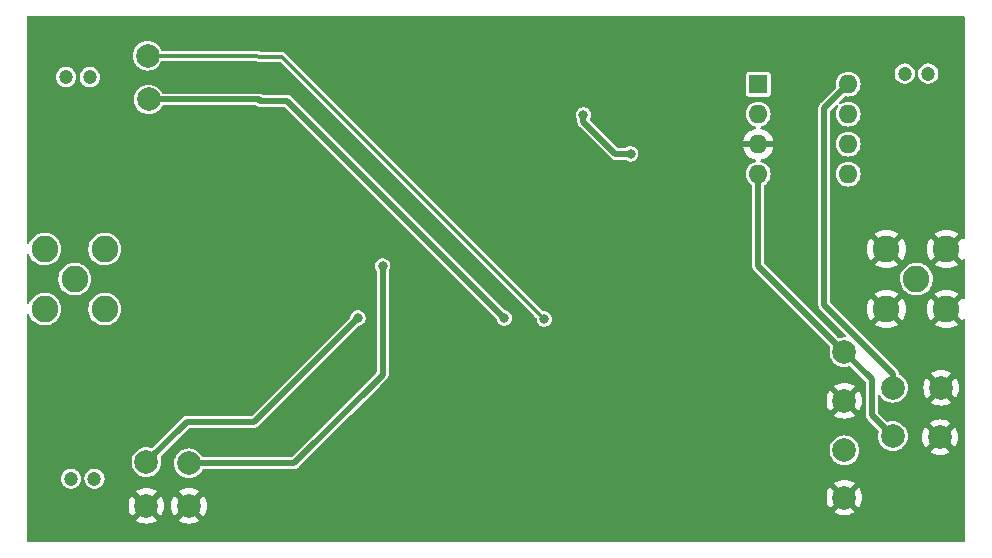
<source format=gbl>
%TF.GenerationSoftware,KiCad,Pcbnew,6.0.4-6f826c9f35~116~ubuntu20.04.1*%
%TF.CreationDate,2024-01-06T18:53:29+01:00*%
%TF.ProjectId,instrument_lowpass,696e7374-7275-46d6-956e-745f6c6f7770,rev?*%
%TF.SameCoordinates,Original*%
%TF.FileFunction,Copper,L2,Bot*%
%TF.FilePolarity,Positive*%
%FSLAX46Y46*%
G04 Gerber Fmt 4.6, Leading zero omitted, Abs format (unit mm)*
G04 Created by KiCad (PCBNEW 6.0.4-6f826c9f35~116~ubuntu20.04.1) date 2024-01-06 18:53:29*
%MOMM*%
%LPD*%
G01*
G04 APERTURE LIST*
%TA.AperFunction,ComponentPad*%
%ADD10C,2.000000*%
%TD*%
%TA.AperFunction,ComponentPad*%
%ADD11R,1.600000X1.600000*%
%TD*%
%TA.AperFunction,ComponentPad*%
%ADD12O,1.600000X1.600000*%
%TD*%
%TA.AperFunction,ComponentPad*%
%ADD13C,1.200000*%
%TD*%
%TA.AperFunction,ComponentPad*%
%ADD14C,2.250000*%
%TD*%
%TA.AperFunction,ViaPad*%
%ADD15C,0.800000*%
%TD*%
%TA.AperFunction,Conductor*%
%ADD16C,0.500000*%
%TD*%
%TA.AperFunction,Conductor*%
%ADD17C,0.300000*%
%TD*%
G04 APERTURE END LIST*
D10*
%TO.P,TP2,1,1*%
%TO.N,GND*%
X114000000Y-91700000D03*
%TD*%
%TO.P,TP1,1,1*%
%TO.N,Net-(R3-Pad2)*%
X114000000Y-88100000D03*
%TD*%
D11*
%TO.P,U1,1*%
%TO.N,Net-(R7-Pad1)*%
X162200000Y-56000000D03*
D12*
%TO.P,U1,2,-*%
%TO.N,Net-(C10-Pad2)*%
X162200000Y-58540000D03*
%TO.P,U1,3,+*%
%TO.N,GND*%
X162200000Y-61080000D03*
%TO.P,U1,4,V-*%
%TO.N,-9V*%
X162200000Y-63620000D03*
%TO.P,U1,5,+*%
%TO.N,Net-(R12-Pad2)*%
X169820000Y-63620000D03*
%TO.P,U1,6,-*%
%TO.N,Net-(R11-Pad2)*%
X169820000Y-61080000D03*
%TO.P,U1,7*%
%TO.N,Net-(R11-Pad1)*%
X169820000Y-58540000D03*
%TO.P,U1,8,V+*%
%TO.N,+9V*%
X169820000Y-56000000D03*
%TD*%
D10*
%TO.P,TP5,1,1*%
%TO.N,Net-(R5-Pad1)*%
X110600000Y-57300000D03*
%TD*%
%TO.P,TP14,1,1*%
%TO.N,GND*%
X177700000Y-81700000D03*
%TD*%
%TO.P,TP3,1,1*%
%TO.N,GND*%
X110400000Y-91700000D03*
%TD*%
D13*
%TO.P,C1,2*%
%TO.N,Net-(C1-Pad2)*%
X105600000Y-55400000D03*
%TO.P,C1,1*%
%TO.N,/input*%
X103600000Y-55400000D03*
%TD*%
D10*
%TO.P,TP9,1,1*%
%TO.N,-9V*%
X173600000Y-85800000D03*
%TD*%
D13*
%TO.P,C9,1*%
%TO.N,Net-(C10-Pad1)*%
X176600000Y-55100000D03*
%TO.P,C9,2*%
%TO.N,Net-(C10-Pad2)*%
X174600000Y-55100000D03*
%TD*%
%TO.P,C5,2*%
%TO.N,Net-(C13-Pad2)*%
X106000000Y-89400000D03*
%TO.P,C5,1*%
%TO.N,Net-(C13-Pad1)*%
X104000000Y-89400000D03*
%TD*%
D14*
%TO.P,J1,1,In*%
%TO.N,/input*%
X104320000Y-72500000D03*
%TO.P,J1,2,Ext*%
%TO.N,Net-(C13-Pad1)*%
X101780000Y-69960000D03*
X101780000Y-75040000D03*
X106860000Y-75040000D03*
X106860000Y-69960000D03*
%TD*%
D10*
%TO.P,TP8,1,1*%
%TO.N,+9V*%
X169500000Y-87000000D03*
%TD*%
D14*
%TO.P,J2,1,In*%
%TO.N,Net-(J2-Pad1)*%
X175600000Y-72500000D03*
%TO.P,J2,2,Ext*%
%TO.N,GND*%
X173060000Y-75040000D03*
X178140000Y-69960000D03*
X173060000Y-69960000D03*
X178140000Y-75040000D03*
%TD*%
D10*
%TO.P,TP12,1,1*%
%TO.N,GND*%
X177600000Y-85900000D03*
%TD*%
%TO.P,TP10,1,1*%
%TO.N,+9V*%
X173600000Y-81700000D03*
%TD*%
%TO.P,TP11,1,1*%
%TO.N,-9V*%
X169500000Y-78700000D03*
%TD*%
%TO.P,TP15,1,1*%
%TO.N,GND*%
X169500000Y-82800000D03*
%TD*%
%TO.P,TP4,1,1*%
%TO.N,Net-(R4-Pad1)*%
X110400000Y-88000000D03*
%TD*%
%TO.P,TP13,1,1*%
%TO.N,GND*%
X169500000Y-91000000D03*
%TD*%
%TO.P,TP7,1,1*%
%TO.N,Net-(R6-Pad1)*%
X110500000Y-53600000D03*
%TD*%
D15*
%TO.N,GND*%
X116800000Y-72000000D03*
X108300000Y-59000000D03*
X102100000Y-52100000D03*
X114000000Y-55600000D03*
X103600000Y-62400000D03*
X107100000Y-81100000D03*
X103300000Y-81300000D03*
X120000000Y-90900000D03*
X114900000Y-81600000D03*
X119700000Y-79400000D03*
X132600000Y-65900000D03*
X122400000Y-55900000D03*
X117800000Y-52400000D03*
X112100000Y-52400000D03*
X112000000Y-67400000D03*
X111800000Y-72300000D03*
X125300000Y-75700000D03*
X137700000Y-90400000D03*
X147500000Y-90000000D03*
X175800000Y-78800000D03*
X178000000Y-91900000D03*
X175400000Y-90200000D03*
X161100000Y-92100000D03*
X147300000Y-92900000D03*
X129900000Y-86000000D03*
X128500000Y-91000000D03*
X141100000Y-85900000D03*
X137800000Y-81200000D03*
X126900000Y-72300000D03*
X127400000Y-69700000D03*
X129500000Y-67800000D03*
X136100000Y-69300000D03*
X134100000Y-73700000D03*
X135300000Y-74500000D03*
X142300000Y-77900000D03*
X145000000Y-77900000D03*
X163600000Y-80300000D03*
X157300000Y-77800000D03*
X158000000Y-68800000D03*
X170100000Y-68500000D03*
X170100000Y-74000000D03*
X178000000Y-72600000D03*
X178000000Y-62100000D03*
X178000000Y-59000000D03*
X177800000Y-52300000D03*
X159000000Y-53900000D03*
X152300000Y-52600000D03*
X146500000Y-54300000D03*
X138300000Y-54300000D03*
X127600000Y-53800000D03*
X132400000Y-57100000D03*
X143000000Y-64300000D03*
X146300000Y-68400000D03*
%TO.N,Net-(R4-Pad1)*%
X128300000Y-75800000D03*
%TO.N,Net-(R3-Pad2)*%
X130400000Y-71400000D03*
%TO.N,Net-(R5-Pad1)*%
X140700000Y-75800000D03*
%TO.N,Net-(R6-Pad1)*%
X144100000Y-75900000D03*
%TO.N,Net-(C10-Pad2)*%
X147400000Y-58600000D03*
X151400000Y-61900000D03*
%TD*%
D16*
%TO.N,Net-(R3-Pad2)*%
X130400000Y-71400000D02*
X130400000Y-80600000D01*
X130400000Y-80600000D02*
X122900000Y-88100000D01*
X122900000Y-88100000D02*
X114000000Y-88100000D01*
%TO.N,Net-(R4-Pad1)*%
X119500000Y-84600000D02*
X113800000Y-84600000D01*
X113800000Y-84600000D02*
X110400000Y-88000000D01*
D17*
%TO.N,Net-(R6-Pad1)*%
X119900000Y-53700000D02*
X119800000Y-53600000D01*
X119800000Y-53600000D02*
X110500000Y-53600000D01*
D16*
%TO.N,Net-(R5-Pad1)*%
X120000000Y-57400000D02*
X119900000Y-57300000D01*
X119900000Y-57300000D02*
X110600000Y-57300000D01*
%TO.N,Net-(R4-Pad1)*%
X128300000Y-75800000D02*
X119500000Y-84600000D01*
%TO.N,Net-(R5-Pad1)*%
X140700000Y-75800000D02*
X122300000Y-57400000D01*
X122300000Y-57400000D02*
X120000000Y-57400000D01*
D17*
%TO.N,Net-(R6-Pad1)*%
X144100000Y-75900000D02*
X121900000Y-53700000D01*
X121900000Y-53700000D02*
X119900000Y-53700000D01*
D16*
%TO.N,+9V*%
X173600000Y-81700000D02*
X173600000Y-80500000D01*
X167800000Y-58020000D02*
X169820000Y-56000000D01*
X173600000Y-80500000D02*
X167800000Y-74700000D01*
X167800000Y-74700000D02*
X167800000Y-58020000D01*
%TO.N,-9V*%
X162200000Y-71200000D02*
X162200000Y-63620000D01*
X169500000Y-78700000D02*
X162200000Y-71400000D01*
X162200000Y-71400000D02*
X162200000Y-71200000D01*
X173600000Y-85800000D02*
X171800000Y-84000000D01*
X171800000Y-84000000D02*
X171800000Y-81000000D01*
X171800000Y-81000000D02*
X169500000Y-78700000D01*
%TO.N,Net-(C10-Pad2)*%
X151400000Y-61900000D02*
X150100000Y-61900000D01*
X150100000Y-61900000D02*
X147400000Y-59200000D01*
X147400000Y-59200000D02*
X147400000Y-58600000D01*
%TD*%
%TA.AperFunction,Conductor*%
%TO.N,GND*%
G36*
X179687621Y-50274502D02*
G01*
X179734114Y-50328158D01*
X179745500Y-50380500D01*
X179745500Y-69007807D01*
X179725498Y-69075928D01*
X179671842Y-69122421D01*
X179601568Y-69132525D01*
X179536988Y-69103031D01*
X179512067Y-69073642D01*
X179470660Y-69006072D01*
X179462599Y-69000810D01*
X179452393Y-69006817D01*
X178512022Y-69947188D01*
X178504408Y-69961132D01*
X178504539Y-69962965D01*
X178508790Y-69969580D01*
X179450934Y-70911724D01*
X179464471Y-70919116D01*
X179469740Y-70915430D01*
X179512067Y-70846358D01*
X179564715Y-70798727D01*
X179634756Y-70787120D01*
X179699954Y-70815223D01*
X179739608Y-70874113D01*
X179745500Y-70912193D01*
X179745500Y-74087807D01*
X179725498Y-74155928D01*
X179671842Y-74202421D01*
X179601568Y-74212525D01*
X179536988Y-74183031D01*
X179512067Y-74153642D01*
X179470660Y-74086072D01*
X179462599Y-74080810D01*
X179452393Y-74086817D01*
X178512022Y-75027188D01*
X178504408Y-75041132D01*
X178504539Y-75042965D01*
X178508790Y-75049580D01*
X179450934Y-75991724D01*
X179464471Y-75999116D01*
X179469740Y-75995430D01*
X179512067Y-75926358D01*
X179564715Y-75878727D01*
X179634756Y-75867120D01*
X179699954Y-75895223D01*
X179739608Y-75954113D01*
X179745500Y-75992193D01*
X179745500Y-94619500D01*
X179725498Y-94687621D01*
X179671842Y-94734114D01*
X179619500Y-94745500D01*
X100380500Y-94745500D01*
X100312379Y-94725498D01*
X100265886Y-94671842D01*
X100254500Y-94619500D01*
X100254500Y-92932670D01*
X109532160Y-92932670D01*
X109537887Y-92940320D01*
X109709042Y-93045205D01*
X109717837Y-93049687D01*
X109927988Y-93136734D01*
X109937373Y-93139783D01*
X110158554Y-93192885D01*
X110168301Y-93194428D01*
X110395070Y-93212275D01*
X110404930Y-93212275D01*
X110631699Y-93194428D01*
X110641446Y-93192885D01*
X110862627Y-93139783D01*
X110872012Y-93136734D01*
X111082163Y-93049687D01*
X111090958Y-93045205D01*
X111258445Y-92942568D01*
X111267400Y-92932670D01*
X113132160Y-92932670D01*
X113137887Y-92940320D01*
X113309042Y-93045205D01*
X113317837Y-93049687D01*
X113527988Y-93136734D01*
X113537373Y-93139783D01*
X113758554Y-93192885D01*
X113768301Y-93194428D01*
X113995070Y-93212275D01*
X114004930Y-93212275D01*
X114231699Y-93194428D01*
X114241446Y-93192885D01*
X114462627Y-93139783D01*
X114472012Y-93136734D01*
X114682163Y-93049687D01*
X114690958Y-93045205D01*
X114858445Y-92942568D01*
X114867907Y-92932110D01*
X114864124Y-92923334D01*
X114012812Y-92072022D01*
X113998868Y-92064408D01*
X113997035Y-92064539D01*
X113990420Y-92068790D01*
X113138920Y-92920290D01*
X113132160Y-92932670D01*
X111267400Y-92932670D01*
X111267907Y-92932110D01*
X111264124Y-92923334D01*
X110412812Y-92072022D01*
X110398868Y-92064408D01*
X110397035Y-92064539D01*
X110390420Y-92068790D01*
X109538920Y-92920290D01*
X109532160Y-92932670D01*
X100254500Y-92932670D01*
X100254500Y-91704930D01*
X108887725Y-91704930D01*
X108905572Y-91931699D01*
X108907115Y-91941446D01*
X108960217Y-92162627D01*
X108963266Y-92172012D01*
X109050313Y-92382163D01*
X109054795Y-92390958D01*
X109157432Y-92558445D01*
X109167890Y-92567907D01*
X109176666Y-92564124D01*
X110027978Y-91712812D01*
X110034356Y-91701132D01*
X110764408Y-91701132D01*
X110764539Y-91702965D01*
X110768790Y-91709580D01*
X111620290Y-92561080D01*
X111632670Y-92567840D01*
X111640320Y-92562113D01*
X111745205Y-92390958D01*
X111749687Y-92382163D01*
X111836734Y-92172012D01*
X111839783Y-92162627D01*
X111892885Y-91941446D01*
X111894428Y-91931699D01*
X111912275Y-91704930D01*
X112487725Y-91704930D01*
X112505572Y-91931699D01*
X112507115Y-91941446D01*
X112560217Y-92162627D01*
X112563266Y-92172012D01*
X112650313Y-92382163D01*
X112654795Y-92390958D01*
X112757432Y-92558445D01*
X112767890Y-92567907D01*
X112776666Y-92564124D01*
X113627978Y-91712812D01*
X113634356Y-91701132D01*
X114364408Y-91701132D01*
X114364539Y-91702965D01*
X114368790Y-91709580D01*
X115220290Y-92561080D01*
X115232670Y-92567840D01*
X115240320Y-92562113D01*
X115345205Y-92390958D01*
X115349687Y-92382163D01*
X115411609Y-92232670D01*
X168632160Y-92232670D01*
X168637887Y-92240320D01*
X168809042Y-92345205D01*
X168817837Y-92349687D01*
X169027988Y-92436734D01*
X169037373Y-92439783D01*
X169258554Y-92492885D01*
X169268301Y-92494428D01*
X169495070Y-92512275D01*
X169504930Y-92512275D01*
X169731699Y-92494428D01*
X169741446Y-92492885D01*
X169962627Y-92439783D01*
X169972012Y-92436734D01*
X170182163Y-92349687D01*
X170190958Y-92345205D01*
X170358445Y-92242568D01*
X170367907Y-92232110D01*
X170364124Y-92223334D01*
X169512812Y-91372022D01*
X169498868Y-91364408D01*
X169497035Y-91364539D01*
X169490420Y-91368790D01*
X168638920Y-92220290D01*
X168632160Y-92232670D01*
X115411609Y-92232670D01*
X115436734Y-92172012D01*
X115439783Y-92162627D01*
X115492885Y-91941446D01*
X115494428Y-91931699D01*
X115512275Y-91704930D01*
X115512275Y-91695070D01*
X115494428Y-91468301D01*
X115492885Y-91458554D01*
X115439783Y-91237373D01*
X115436734Y-91227988D01*
X115349687Y-91017837D01*
X115345205Y-91009042D01*
X115342685Y-91004930D01*
X167987725Y-91004930D01*
X168005572Y-91231699D01*
X168007115Y-91241446D01*
X168060217Y-91462627D01*
X168063266Y-91472012D01*
X168150313Y-91682163D01*
X168154795Y-91690958D01*
X168257432Y-91858445D01*
X168267890Y-91867907D01*
X168276666Y-91864124D01*
X169127978Y-91012812D01*
X169134356Y-91001132D01*
X169864408Y-91001132D01*
X169864539Y-91002965D01*
X169868790Y-91009580D01*
X170720290Y-91861080D01*
X170732670Y-91867840D01*
X170740320Y-91862113D01*
X170845205Y-91690958D01*
X170849687Y-91682163D01*
X170936734Y-91472012D01*
X170939783Y-91462627D01*
X170992885Y-91241446D01*
X170994428Y-91231699D01*
X171012275Y-91004930D01*
X171012275Y-90995070D01*
X170994428Y-90768301D01*
X170992885Y-90758554D01*
X170939783Y-90537373D01*
X170936734Y-90527988D01*
X170849687Y-90317837D01*
X170845205Y-90309042D01*
X170742568Y-90141555D01*
X170732110Y-90132093D01*
X170723334Y-90135876D01*
X169872022Y-90987188D01*
X169864408Y-91001132D01*
X169134356Y-91001132D01*
X169135592Y-90998868D01*
X169135461Y-90997035D01*
X169131210Y-90990420D01*
X168279710Y-90138920D01*
X168267330Y-90132160D01*
X168259680Y-90137887D01*
X168154795Y-90309042D01*
X168150313Y-90317837D01*
X168063266Y-90527988D01*
X168060217Y-90537373D01*
X168007115Y-90758554D01*
X168005572Y-90768301D01*
X167987725Y-90995070D01*
X167987725Y-91004930D01*
X115342685Y-91004930D01*
X115242568Y-90841555D01*
X115232110Y-90832093D01*
X115223334Y-90835876D01*
X114372022Y-91687188D01*
X114364408Y-91701132D01*
X113634356Y-91701132D01*
X113635592Y-91698868D01*
X113635461Y-91697035D01*
X113631210Y-91690420D01*
X112779710Y-90838920D01*
X112767330Y-90832160D01*
X112759680Y-90837887D01*
X112654795Y-91009042D01*
X112650313Y-91017837D01*
X112563266Y-91227988D01*
X112560217Y-91237373D01*
X112507115Y-91458554D01*
X112505572Y-91468301D01*
X112487725Y-91695070D01*
X112487725Y-91704930D01*
X111912275Y-91704930D01*
X111912275Y-91695070D01*
X111894428Y-91468301D01*
X111892885Y-91458554D01*
X111839783Y-91237373D01*
X111836734Y-91227988D01*
X111749687Y-91017837D01*
X111745205Y-91009042D01*
X111642568Y-90841555D01*
X111632110Y-90832093D01*
X111623334Y-90835876D01*
X110772022Y-91687188D01*
X110764408Y-91701132D01*
X110034356Y-91701132D01*
X110035592Y-91698868D01*
X110035461Y-91697035D01*
X110031210Y-91690420D01*
X109179710Y-90838920D01*
X109167330Y-90832160D01*
X109159680Y-90837887D01*
X109054795Y-91009042D01*
X109050313Y-91017837D01*
X108963266Y-91227988D01*
X108960217Y-91237373D01*
X108907115Y-91458554D01*
X108905572Y-91468301D01*
X108887725Y-91695070D01*
X108887725Y-91704930D01*
X100254500Y-91704930D01*
X100254500Y-90467890D01*
X109532093Y-90467890D01*
X109535876Y-90476666D01*
X110387188Y-91327978D01*
X110401132Y-91335592D01*
X110402965Y-91335461D01*
X110409580Y-91331210D01*
X111261080Y-90479710D01*
X111267534Y-90467890D01*
X113132093Y-90467890D01*
X113135876Y-90476666D01*
X113987188Y-91327978D01*
X114001132Y-91335592D01*
X114002965Y-91335461D01*
X114009580Y-91331210D01*
X114861080Y-90479710D01*
X114867840Y-90467330D01*
X114862113Y-90459680D01*
X114690958Y-90354795D01*
X114682163Y-90350313D01*
X114472012Y-90263266D01*
X114462627Y-90260217D01*
X114241446Y-90207115D01*
X114231699Y-90205572D01*
X114004930Y-90187725D01*
X113995070Y-90187725D01*
X113768301Y-90205572D01*
X113758554Y-90207115D01*
X113537373Y-90260217D01*
X113527988Y-90263266D01*
X113317837Y-90350313D01*
X113309042Y-90354795D01*
X113141555Y-90457432D01*
X113132093Y-90467890D01*
X111267534Y-90467890D01*
X111267840Y-90467330D01*
X111262113Y-90459680D01*
X111090958Y-90354795D01*
X111082163Y-90350313D01*
X110872012Y-90263266D01*
X110862627Y-90260217D01*
X110641446Y-90207115D01*
X110631699Y-90205572D01*
X110404930Y-90187725D01*
X110395070Y-90187725D01*
X110168301Y-90205572D01*
X110158554Y-90207115D01*
X109937373Y-90260217D01*
X109927988Y-90263266D01*
X109717837Y-90350313D01*
X109709042Y-90354795D01*
X109541555Y-90457432D01*
X109532093Y-90467890D01*
X100254500Y-90467890D01*
X100254500Y-89400000D01*
X103140793Y-89400000D01*
X103159569Y-89578639D01*
X103215075Y-89749471D01*
X103218378Y-89755193D01*
X103218379Y-89755194D01*
X103250648Y-89811084D01*
X103304887Y-89905029D01*
X103425078Y-90038515D01*
X103430420Y-90042396D01*
X103430422Y-90042398D01*
X103561851Y-90137887D01*
X103570396Y-90144095D01*
X103576424Y-90146779D01*
X103576426Y-90146780D01*
X103668391Y-90187725D01*
X103734490Y-90217154D01*
X103822339Y-90235827D01*
X103903731Y-90253128D01*
X103903736Y-90253128D01*
X103910188Y-90254500D01*
X104089812Y-90254500D01*
X104096264Y-90253128D01*
X104096269Y-90253128D01*
X104177661Y-90235827D01*
X104265510Y-90217154D01*
X104331609Y-90187725D01*
X104423574Y-90146780D01*
X104423576Y-90146779D01*
X104429604Y-90144095D01*
X104438149Y-90137887D01*
X104569578Y-90042398D01*
X104569580Y-90042396D01*
X104574922Y-90038515D01*
X104695113Y-89905029D01*
X104749352Y-89811084D01*
X104781621Y-89755194D01*
X104781622Y-89755193D01*
X104784925Y-89749471D01*
X104840431Y-89578639D01*
X104859207Y-89400000D01*
X105140793Y-89400000D01*
X105159569Y-89578639D01*
X105215075Y-89749471D01*
X105218378Y-89755193D01*
X105218379Y-89755194D01*
X105250648Y-89811084D01*
X105304887Y-89905029D01*
X105425078Y-90038515D01*
X105430420Y-90042396D01*
X105430422Y-90042398D01*
X105561851Y-90137887D01*
X105570396Y-90144095D01*
X105576424Y-90146779D01*
X105576426Y-90146780D01*
X105668391Y-90187725D01*
X105734490Y-90217154D01*
X105822339Y-90235827D01*
X105903731Y-90253128D01*
X105903736Y-90253128D01*
X105910188Y-90254500D01*
X106089812Y-90254500D01*
X106096264Y-90253128D01*
X106096269Y-90253128D01*
X106177661Y-90235827D01*
X106265510Y-90217154D01*
X106331609Y-90187725D01*
X106423574Y-90146780D01*
X106423576Y-90146779D01*
X106429604Y-90144095D01*
X106438149Y-90137887D01*
X106569578Y-90042398D01*
X106569580Y-90042396D01*
X106574922Y-90038515D01*
X106695113Y-89905029D01*
X106749352Y-89811084D01*
X106774291Y-89767890D01*
X168632093Y-89767890D01*
X168635876Y-89776666D01*
X169487188Y-90627978D01*
X169501132Y-90635592D01*
X169502965Y-90635461D01*
X169509580Y-90631210D01*
X170361080Y-89779710D01*
X170367840Y-89767330D01*
X170362113Y-89759680D01*
X170190958Y-89654795D01*
X170182163Y-89650313D01*
X169972012Y-89563266D01*
X169962627Y-89560217D01*
X169741446Y-89507115D01*
X169731699Y-89505572D01*
X169504930Y-89487725D01*
X169495070Y-89487725D01*
X169268301Y-89505572D01*
X169258554Y-89507115D01*
X169037373Y-89560217D01*
X169027988Y-89563266D01*
X168817837Y-89650313D01*
X168809042Y-89654795D01*
X168641555Y-89757432D01*
X168632093Y-89767890D01*
X106774291Y-89767890D01*
X106781621Y-89755194D01*
X106781622Y-89755193D01*
X106784925Y-89749471D01*
X106840431Y-89578639D01*
X106859207Y-89400000D01*
X106842407Y-89240161D01*
X106841121Y-89227925D01*
X106841121Y-89227924D01*
X106840431Y-89221361D01*
X106831185Y-89192905D01*
X106786967Y-89056813D01*
X106786966Y-89056811D01*
X106784925Y-89050529D01*
X106695113Y-88894971D01*
X106574922Y-88761485D01*
X106531100Y-88729646D01*
X106434946Y-88659786D01*
X106434945Y-88659785D01*
X106429604Y-88655905D01*
X106423576Y-88653221D01*
X106423574Y-88653220D01*
X106271541Y-88585531D01*
X106271540Y-88585531D01*
X106265510Y-88582846D01*
X106177661Y-88564173D01*
X106096269Y-88546872D01*
X106096264Y-88546872D01*
X106089812Y-88545500D01*
X105910188Y-88545500D01*
X105903736Y-88546872D01*
X105903731Y-88546872D01*
X105822339Y-88564173D01*
X105734490Y-88582846D01*
X105728460Y-88585531D01*
X105728459Y-88585531D01*
X105576427Y-88653220D01*
X105576425Y-88653221D01*
X105570397Y-88655905D01*
X105565056Y-88659785D01*
X105565055Y-88659786D01*
X105430422Y-88757602D01*
X105430420Y-88757604D01*
X105425078Y-88761485D01*
X105304887Y-88894971D01*
X105215075Y-89050529D01*
X105213034Y-89056811D01*
X105213033Y-89056813D01*
X105168815Y-89192905D01*
X105159569Y-89221361D01*
X105158879Y-89227924D01*
X105158879Y-89227925D01*
X105157593Y-89240161D01*
X105140793Y-89400000D01*
X104859207Y-89400000D01*
X104842407Y-89240161D01*
X104841121Y-89227925D01*
X104841121Y-89227924D01*
X104840431Y-89221361D01*
X104831185Y-89192905D01*
X104786967Y-89056813D01*
X104786966Y-89056811D01*
X104784925Y-89050529D01*
X104695113Y-88894971D01*
X104574922Y-88761485D01*
X104531100Y-88729646D01*
X104434946Y-88659786D01*
X104434945Y-88659785D01*
X104429604Y-88655905D01*
X104423576Y-88653221D01*
X104423574Y-88653220D01*
X104271541Y-88585531D01*
X104271540Y-88585531D01*
X104265510Y-88582846D01*
X104177661Y-88564173D01*
X104096269Y-88546872D01*
X104096264Y-88546872D01*
X104089812Y-88545500D01*
X103910188Y-88545500D01*
X103903736Y-88546872D01*
X103903731Y-88546872D01*
X103822339Y-88564173D01*
X103734490Y-88582846D01*
X103728460Y-88585531D01*
X103728459Y-88585531D01*
X103576427Y-88653220D01*
X103576425Y-88653221D01*
X103570397Y-88655905D01*
X103565056Y-88659785D01*
X103565055Y-88659786D01*
X103430422Y-88757602D01*
X103430420Y-88757604D01*
X103425078Y-88761485D01*
X103304887Y-88894971D01*
X103215075Y-89050529D01*
X103213034Y-89056811D01*
X103213033Y-89056813D01*
X103168815Y-89192905D01*
X103159569Y-89221361D01*
X103158879Y-89227924D01*
X103158879Y-89227925D01*
X103157593Y-89240161D01*
X103140793Y-89400000D01*
X100254500Y-89400000D01*
X100254500Y-88000000D01*
X109140708Y-88000000D01*
X109159839Y-88218674D01*
X109216653Y-88430703D01*
X109246846Y-88495452D01*
X109307095Y-88624659D01*
X109307098Y-88624664D01*
X109309421Y-88629646D01*
X109312577Y-88634153D01*
X109312578Y-88634155D01*
X109401736Y-88761485D01*
X109435326Y-88809457D01*
X109590543Y-88964674D01*
X109595051Y-88967831D01*
X109595054Y-88967833D01*
X109737869Y-89067833D01*
X109770354Y-89090579D01*
X109775336Y-89092902D01*
X109775341Y-89092905D01*
X109876116Y-89139896D01*
X109969297Y-89183347D01*
X110181326Y-89240161D01*
X110400000Y-89259292D01*
X110618674Y-89240161D01*
X110830703Y-89183347D01*
X110923884Y-89139896D01*
X111024659Y-89092905D01*
X111024664Y-89092902D01*
X111029646Y-89090579D01*
X111062131Y-89067833D01*
X111204946Y-88967833D01*
X111204949Y-88967831D01*
X111209457Y-88964674D01*
X111364674Y-88809457D01*
X111398265Y-88761485D01*
X111487422Y-88634155D01*
X111487423Y-88634153D01*
X111490579Y-88629646D01*
X111492902Y-88624664D01*
X111492905Y-88624659D01*
X111553154Y-88495452D01*
X111583347Y-88430703D01*
X111640161Y-88218674D01*
X111650543Y-88100000D01*
X112740708Y-88100000D01*
X112759839Y-88318674D01*
X112816653Y-88530703D01*
X112834876Y-88569782D01*
X112907095Y-88724659D01*
X112907098Y-88724664D01*
X112909421Y-88729646D01*
X112912575Y-88734150D01*
X112912578Y-88734155D01*
X113029187Y-88900689D01*
X113035326Y-88909457D01*
X113190543Y-89064674D01*
X113195051Y-89067831D01*
X113195054Y-89067833D01*
X113362058Y-89184770D01*
X113370354Y-89190579D01*
X113375336Y-89192902D01*
X113375341Y-89192905D01*
X113450443Y-89227925D01*
X113569297Y-89283347D01*
X113781326Y-89340161D01*
X114000000Y-89359292D01*
X114218674Y-89340161D01*
X114430703Y-89283347D01*
X114549557Y-89227925D01*
X114624659Y-89192905D01*
X114624664Y-89192902D01*
X114629646Y-89190579D01*
X114637942Y-89184770D01*
X114804946Y-89067833D01*
X114804949Y-89067831D01*
X114809457Y-89064674D01*
X114964674Y-88909457D01*
X114970814Y-88900689D01*
X115071004Y-88757602D01*
X115090579Y-88729646D01*
X115115012Y-88677249D01*
X115161928Y-88623965D01*
X115229206Y-88604500D01*
X122829376Y-88604500D01*
X122841381Y-88605841D01*
X122841421Y-88605345D01*
X122850368Y-88606065D01*
X122859124Y-88608046D01*
X122912382Y-88604742D01*
X122920184Y-88604500D01*
X122936226Y-88604500D01*
X122940657Y-88603865D01*
X122940662Y-88603865D01*
X122944687Y-88603288D01*
X122946457Y-88603035D01*
X122956514Y-88602004D01*
X122978976Y-88600611D01*
X122994400Y-88599654D01*
X122994402Y-88599654D01*
X123003359Y-88599098D01*
X123011799Y-88596051D01*
X123015089Y-88595370D01*
X123030938Y-88591418D01*
X123034168Y-88590473D01*
X123043052Y-88589201D01*
X123051223Y-88585486D01*
X123085763Y-88569782D01*
X123095128Y-88565970D01*
X123130837Y-88553078D01*
X123130840Y-88553076D01*
X123139284Y-88550028D01*
X123146533Y-88544732D01*
X123149490Y-88543160D01*
X123163614Y-88534907D01*
X123166437Y-88533102D01*
X123174605Y-88529388D01*
X123181402Y-88523531D01*
X123181404Y-88523530D01*
X123210153Y-88498757D01*
X123218064Y-88492475D01*
X123228944Y-88484527D01*
X123239806Y-88473665D01*
X123246653Y-88467307D01*
X123277282Y-88440915D01*
X123284082Y-88435056D01*
X123288966Y-88427521D01*
X123294699Y-88420949D01*
X123303926Y-88409545D01*
X124713471Y-87000000D01*
X168240708Y-87000000D01*
X168259839Y-87218674D01*
X168316653Y-87430703D01*
X168337465Y-87475334D01*
X168407095Y-87624659D01*
X168407098Y-87624664D01*
X168409421Y-87629646D01*
X168412577Y-87634153D01*
X168412578Y-87634155D01*
X168519464Y-87786803D01*
X168535326Y-87809457D01*
X168690543Y-87964674D01*
X168695051Y-87967831D01*
X168695054Y-87967833D01*
X168865845Y-88087422D01*
X168870354Y-88090579D01*
X168875336Y-88092902D01*
X168875341Y-88092905D01*
X168976116Y-88139896D01*
X169069297Y-88183347D01*
X169281326Y-88240161D01*
X169500000Y-88259292D01*
X169718674Y-88240161D01*
X169930703Y-88183347D01*
X170023884Y-88139896D01*
X170124659Y-88092905D01*
X170124664Y-88092902D01*
X170129646Y-88090579D01*
X170134155Y-88087422D01*
X170304946Y-87967833D01*
X170304949Y-87967831D01*
X170309457Y-87964674D01*
X170464674Y-87809457D01*
X170480537Y-87786803D01*
X170587422Y-87634155D01*
X170587423Y-87634153D01*
X170590579Y-87629646D01*
X170592902Y-87624664D01*
X170592905Y-87624659D01*
X170662535Y-87475334D01*
X170683347Y-87430703D01*
X170740161Y-87218674D01*
X170747685Y-87132670D01*
X176732160Y-87132670D01*
X176737887Y-87140320D01*
X176909042Y-87245205D01*
X176917837Y-87249687D01*
X177127988Y-87336734D01*
X177137373Y-87339783D01*
X177358554Y-87392885D01*
X177368301Y-87394428D01*
X177595070Y-87412275D01*
X177604930Y-87412275D01*
X177831699Y-87394428D01*
X177841446Y-87392885D01*
X178062627Y-87339783D01*
X178072012Y-87336734D01*
X178282163Y-87249687D01*
X178290958Y-87245205D01*
X178458445Y-87142568D01*
X178467907Y-87132110D01*
X178464124Y-87123334D01*
X177612812Y-86272022D01*
X177598868Y-86264408D01*
X177597035Y-86264539D01*
X177590420Y-86268790D01*
X176738920Y-87120290D01*
X176732160Y-87132670D01*
X170747685Y-87132670D01*
X170759292Y-87000000D01*
X170740161Y-86781326D01*
X170683347Y-86569297D01*
X170615902Y-86424659D01*
X170592905Y-86375341D01*
X170592902Y-86375336D01*
X170590579Y-86370354D01*
X170587422Y-86365845D01*
X170467833Y-86195054D01*
X170467831Y-86195051D01*
X170464674Y-86190543D01*
X170309457Y-86035326D01*
X170304949Y-86032169D01*
X170304946Y-86032167D01*
X170134155Y-85912578D01*
X170134153Y-85912577D01*
X170129646Y-85909421D01*
X170124664Y-85907098D01*
X170124659Y-85907095D01*
X170023884Y-85860104D01*
X169930703Y-85816653D01*
X169718674Y-85759839D01*
X169500000Y-85740708D01*
X169281326Y-85759839D01*
X169069297Y-85816653D01*
X168976116Y-85860104D01*
X168875341Y-85907095D01*
X168875336Y-85907098D01*
X168870354Y-85909421D01*
X168865847Y-85912577D01*
X168865845Y-85912578D01*
X168695054Y-86032167D01*
X168695051Y-86032169D01*
X168690543Y-86035326D01*
X168535326Y-86190543D01*
X168532169Y-86195051D01*
X168532167Y-86195054D01*
X168412578Y-86365845D01*
X168409421Y-86370354D01*
X168407098Y-86375336D01*
X168407095Y-86375341D01*
X168384098Y-86424659D01*
X168316653Y-86569297D01*
X168259839Y-86781326D01*
X168240708Y-87000000D01*
X124713471Y-87000000D01*
X127680801Y-84032670D01*
X168632160Y-84032670D01*
X168637887Y-84040320D01*
X168809042Y-84145205D01*
X168817837Y-84149687D01*
X169027988Y-84236734D01*
X169037373Y-84239783D01*
X169258554Y-84292885D01*
X169268301Y-84294428D01*
X169495070Y-84312275D01*
X169504930Y-84312275D01*
X169731699Y-84294428D01*
X169741446Y-84292885D01*
X169962627Y-84239783D01*
X169972012Y-84236734D01*
X170182163Y-84149687D01*
X170190958Y-84145205D01*
X170358445Y-84042568D01*
X170367907Y-84032110D01*
X170364124Y-84023334D01*
X169512812Y-83172022D01*
X169498868Y-83164408D01*
X169497035Y-83164539D01*
X169490420Y-83168790D01*
X168638920Y-84020290D01*
X168632160Y-84032670D01*
X127680801Y-84032670D01*
X128908541Y-82804930D01*
X167987725Y-82804930D01*
X168005572Y-83031699D01*
X168007115Y-83041446D01*
X168060217Y-83262627D01*
X168063266Y-83272012D01*
X168150313Y-83482163D01*
X168154795Y-83490958D01*
X168257432Y-83658445D01*
X168267890Y-83667907D01*
X168276666Y-83664124D01*
X169127978Y-82812812D01*
X169134356Y-82801132D01*
X169864408Y-82801132D01*
X169864539Y-82802965D01*
X169868790Y-82809580D01*
X170720290Y-83661080D01*
X170732670Y-83667840D01*
X170740320Y-83662113D01*
X170845205Y-83490958D01*
X170849687Y-83482163D01*
X170936734Y-83272012D01*
X170939783Y-83262627D01*
X170992885Y-83041446D01*
X170994428Y-83031699D01*
X171012275Y-82804930D01*
X171012275Y-82795070D01*
X170994428Y-82568301D01*
X170992885Y-82558554D01*
X170939783Y-82337373D01*
X170936734Y-82327988D01*
X170849687Y-82117837D01*
X170845205Y-82109042D01*
X170742568Y-81941555D01*
X170732110Y-81932093D01*
X170723334Y-81935876D01*
X169872022Y-82787188D01*
X169864408Y-82801132D01*
X169134356Y-82801132D01*
X169135592Y-82798868D01*
X169135461Y-82797035D01*
X169131210Y-82790420D01*
X168279710Y-81938920D01*
X168267330Y-81932160D01*
X168259680Y-81937887D01*
X168154795Y-82109042D01*
X168150313Y-82117837D01*
X168063266Y-82327988D01*
X168060217Y-82337373D01*
X168007115Y-82558554D01*
X168005572Y-82568301D01*
X167987725Y-82795070D01*
X167987725Y-82804930D01*
X128908541Y-82804930D01*
X130145581Y-81567890D01*
X168632093Y-81567890D01*
X168635876Y-81576666D01*
X169487188Y-82427978D01*
X169501132Y-82435592D01*
X169502965Y-82435461D01*
X169509580Y-82431210D01*
X170361080Y-81579710D01*
X170367840Y-81567330D01*
X170362113Y-81559680D01*
X170190958Y-81454795D01*
X170182163Y-81450313D01*
X169972012Y-81363266D01*
X169962627Y-81360217D01*
X169741446Y-81307115D01*
X169731699Y-81305572D01*
X169504930Y-81287725D01*
X169495070Y-81287725D01*
X169268301Y-81305572D01*
X169258554Y-81307115D01*
X169037373Y-81360217D01*
X169027988Y-81363266D01*
X168817837Y-81450313D01*
X168809042Y-81454795D01*
X168641555Y-81557432D01*
X168632093Y-81567890D01*
X130145581Y-81567890D01*
X130706794Y-81006677D01*
X130716234Y-80999135D01*
X130715911Y-80998755D01*
X130722747Y-80992937D01*
X130730339Y-80988147D01*
X130765672Y-80948140D01*
X130771017Y-80942454D01*
X130782351Y-80931120D01*
X130785038Y-80927534D01*
X130785043Y-80927529D01*
X130788557Y-80922841D01*
X130794938Y-80915003D01*
X130820058Y-80886559D01*
X130826001Y-80879830D01*
X130829816Y-80871705D01*
X130831669Y-80868884D01*
X130840077Y-80854888D01*
X130841686Y-80851950D01*
X130847071Y-80844764D01*
X130863544Y-80800822D01*
X130867471Y-80791501D01*
X130883602Y-80757144D01*
X130883602Y-80757143D01*
X130887417Y-80749018D01*
X130888798Y-80740147D01*
X130889783Y-80736925D01*
X130893923Y-80721142D01*
X130894645Y-80717858D01*
X130897798Y-80709448D01*
X130901276Y-80662643D01*
X130902430Y-80652595D01*
X130903751Y-80644114D01*
X130903751Y-80644113D01*
X130904500Y-80639303D01*
X130904500Y-80623934D01*
X130904847Y-80614596D01*
X130907843Y-80574284D01*
X130907843Y-80574283D01*
X130908508Y-80565333D01*
X130906635Y-80556558D01*
X130906043Y-80547874D01*
X130904500Y-80533258D01*
X130904500Y-71860144D01*
X130928176Y-71786620D01*
X130977755Y-71717624D01*
X131036842Y-71570641D01*
X131047692Y-71494400D01*
X131058581Y-71417891D01*
X131058581Y-71417888D01*
X131059162Y-71413807D01*
X131059307Y-71400000D01*
X131040276Y-71242733D01*
X130984280Y-71094546D01*
X130933229Y-71020266D01*
X130898855Y-70970251D01*
X130898854Y-70970249D01*
X130894553Y-70963992D01*
X130881425Y-70952295D01*
X130837526Y-70913183D01*
X130776275Y-70858611D01*
X130768889Y-70854700D01*
X130642988Y-70788039D01*
X130642989Y-70788039D01*
X130636274Y-70784484D01*
X130482633Y-70745892D01*
X130475034Y-70745852D01*
X130475033Y-70745852D01*
X130409181Y-70745507D01*
X130324221Y-70745062D01*
X130316841Y-70746834D01*
X130316839Y-70746834D01*
X130177563Y-70780271D01*
X130177560Y-70780272D01*
X130170184Y-70782043D01*
X130029414Y-70854700D01*
X129910039Y-70958838D01*
X129818950Y-71088444D01*
X129761406Y-71236037D01*
X129760414Y-71243570D01*
X129760414Y-71243571D01*
X129744022Y-71368084D01*
X129740729Y-71393096D01*
X129747732Y-71456523D01*
X129754198Y-71515089D01*
X129758113Y-71550553D01*
X129760723Y-71557684D01*
X129760723Y-71557686D01*
X129798078Y-71659763D01*
X129812553Y-71699319D01*
X129816789Y-71705622D01*
X129816789Y-71705623D01*
X129874082Y-71790884D01*
X129895500Y-71861160D01*
X129895500Y-80338839D01*
X129875498Y-80406960D01*
X129858595Y-80427934D01*
X122727934Y-87558595D01*
X122665622Y-87592621D01*
X122638839Y-87595500D01*
X115229206Y-87595500D01*
X115161085Y-87575498D01*
X115115011Y-87522750D01*
X115092901Y-87475334D01*
X115090579Y-87470354D01*
X114964674Y-87290543D01*
X114809457Y-87135326D01*
X114804949Y-87132169D01*
X114804946Y-87132167D01*
X114634155Y-87012578D01*
X114634153Y-87012577D01*
X114629646Y-87009421D01*
X114624664Y-87007098D01*
X114624659Y-87007095D01*
X114523884Y-86960104D01*
X114430703Y-86916653D01*
X114218674Y-86859839D01*
X114000000Y-86840708D01*
X113781326Y-86859839D01*
X113569297Y-86916653D01*
X113476116Y-86960104D01*
X113375341Y-87007095D01*
X113375336Y-87007098D01*
X113370354Y-87009421D01*
X113365847Y-87012577D01*
X113365845Y-87012578D01*
X113195054Y-87132167D01*
X113195051Y-87132169D01*
X113190543Y-87135326D01*
X113035326Y-87290543D01*
X113032169Y-87295051D01*
X113032167Y-87295054D01*
X112937185Y-87430703D01*
X112909421Y-87470354D01*
X112907099Y-87475334D01*
X112907095Y-87475341D01*
X112878021Y-87537692D01*
X112816653Y-87669297D01*
X112759839Y-87881326D01*
X112740708Y-88100000D01*
X111650543Y-88100000D01*
X111659292Y-88000000D01*
X111640161Y-87781326D01*
X111612665Y-87678712D01*
X111593897Y-87608669D01*
X111595587Y-87537692D01*
X111626509Y-87486962D01*
X113972066Y-85141405D01*
X114034378Y-85107379D01*
X114061161Y-85104500D01*
X119429376Y-85104500D01*
X119441381Y-85105841D01*
X119441421Y-85105345D01*
X119450368Y-85106065D01*
X119459124Y-85108046D01*
X119512382Y-85104742D01*
X119520184Y-85104500D01*
X119536226Y-85104500D01*
X119540657Y-85103865D01*
X119540662Y-85103865D01*
X119544687Y-85103288D01*
X119546457Y-85103035D01*
X119556514Y-85102004D01*
X119578976Y-85100611D01*
X119594400Y-85099654D01*
X119594402Y-85099654D01*
X119603359Y-85099098D01*
X119611799Y-85096051D01*
X119615089Y-85095370D01*
X119630938Y-85091418D01*
X119634168Y-85090473D01*
X119643052Y-85089201D01*
X119685763Y-85069782D01*
X119695128Y-85065970D01*
X119730837Y-85053078D01*
X119730840Y-85053076D01*
X119739284Y-85050028D01*
X119746533Y-85044732D01*
X119749490Y-85043160D01*
X119763614Y-85034907D01*
X119766437Y-85033102D01*
X119774605Y-85029388D01*
X119781402Y-85023531D01*
X119781404Y-85023530D01*
X119810153Y-84998757D01*
X119818064Y-84992475D01*
X119828944Y-84984527D01*
X119839806Y-84973665D01*
X119846653Y-84967307D01*
X119877282Y-84940915D01*
X119884082Y-84935056D01*
X119888966Y-84927521D01*
X119894699Y-84920949D01*
X119903926Y-84909545D01*
X128328834Y-76484637D01*
X128389800Y-76450912D01*
X128515927Y-76422025D01*
X128523332Y-76420329D01*
X128622089Y-76370660D01*
X128658072Y-76352563D01*
X128658075Y-76352561D01*
X128664855Y-76349151D01*
X128670626Y-76344222D01*
X128670629Y-76344220D01*
X128779536Y-76251204D01*
X128779536Y-76251203D01*
X128785314Y-76246269D01*
X128877755Y-76117624D01*
X128936842Y-75970641D01*
X128951575Y-75867120D01*
X128958581Y-75817891D01*
X128958581Y-75817888D01*
X128959162Y-75813807D01*
X128959307Y-75800000D01*
X128940276Y-75642733D01*
X128884280Y-75494546D01*
X128863281Y-75463992D01*
X128798855Y-75370251D01*
X128798854Y-75370249D01*
X128794553Y-75363992D01*
X128788514Y-75358611D01*
X128712979Y-75291313D01*
X128676275Y-75258611D01*
X128668889Y-75254700D01*
X128542988Y-75188039D01*
X128542989Y-75188039D01*
X128536274Y-75184484D01*
X128382633Y-75145892D01*
X128375034Y-75145852D01*
X128375033Y-75145852D01*
X128309181Y-75145507D01*
X128224221Y-75145062D01*
X128216841Y-75146834D01*
X128216839Y-75146834D01*
X128077563Y-75180271D01*
X128077560Y-75180272D01*
X128070184Y-75182043D01*
X127929414Y-75254700D01*
X127810039Y-75358838D01*
X127718950Y-75488444D01*
X127698314Y-75541373D01*
X127677583Y-75594546D01*
X127661406Y-75636037D01*
X127660415Y-75643568D01*
X127660414Y-75643570D01*
X127653482Y-75696226D01*
X127624759Y-75761153D01*
X127617655Y-75768874D01*
X119327934Y-84058595D01*
X119265622Y-84092621D01*
X119238839Y-84095500D01*
X113870624Y-84095500D01*
X113858619Y-84094159D01*
X113858579Y-84094655D01*
X113849632Y-84093935D01*
X113840876Y-84091954D01*
X113797338Y-84094655D01*
X113787618Y-84095258D01*
X113779816Y-84095500D01*
X113763774Y-84095500D01*
X113759343Y-84096135D01*
X113759338Y-84096135D01*
X113755313Y-84096712D01*
X113753543Y-84096965D01*
X113743486Y-84097996D01*
X113721024Y-84099389D01*
X113705600Y-84100346D01*
X113705598Y-84100346D01*
X113696641Y-84100902D01*
X113688201Y-84103949D01*
X113684911Y-84104630D01*
X113669062Y-84108582D01*
X113665832Y-84109527D01*
X113656948Y-84110799D01*
X113614222Y-84130225D01*
X113604860Y-84134036D01*
X113569158Y-84146925D01*
X113569157Y-84146926D01*
X113560716Y-84149973D01*
X113553467Y-84155269D01*
X113550486Y-84156854D01*
X113536408Y-84165080D01*
X113533569Y-84166896D01*
X113525395Y-84170612D01*
X113489848Y-84201242D01*
X113481930Y-84207530D01*
X113471056Y-84215473D01*
X113460194Y-84226335D01*
X113453348Y-84232693D01*
X113415918Y-84264944D01*
X113411034Y-84272479D01*
X113405301Y-84279051D01*
X113396074Y-84290455D01*
X110913038Y-86773491D01*
X110850726Y-86807517D01*
X110791331Y-86806103D01*
X110669623Y-86773491D01*
X110618674Y-86759839D01*
X110400000Y-86740708D01*
X110181326Y-86759839D01*
X109969297Y-86816653D01*
X109877711Y-86859360D01*
X109775341Y-86907095D01*
X109775336Y-86907098D01*
X109770354Y-86909421D01*
X109765847Y-86912577D01*
X109765845Y-86912578D01*
X109595054Y-87032167D01*
X109595051Y-87032169D01*
X109590543Y-87035326D01*
X109435326Y-87190543D01*
X109432169Y-87195051D01*
X109432167Y-87195054D01*
X109332962Y-87336734D01*
X109309421Y-87370354D01*
X109307098Y-87375336D01*
X109307095Y-87375341D01*
X109281280Y-87430703D01*
X109216653Y-87569297D01*
X109159839Y-87781326D01*
X109140708Y-88000000D01*
X100254500Y-88000000D01*
X100254500Y-75595245D01*
X100274502Y-75527124D01*
X100328158Y-75480631D01*
X100398432Y-75470527D01*
X100463012Y-75500021D01*
X100497243Y-75547841D01*
X100538837Y-75650273D01*
X100544458Y-75664117D01*
X100662983Y-75857533D01*
X100811506Y-76028993D01*
X100986039Y-76173893D01*
X101181895Y-76288342D01*
X101186715Y-76290182D01*
X101186720Y-76290185D01*
X101276584Y-76324500D01*
X101393813Y-76369265D01*
X101398881Y-76370296D01*
X101398884Y-76370297D01*
X101507980Y-76392493D01*
X101616102Y-76414491D01*
X101621275Y-76414681D01*
X101621278Y-76414681D01*
X101837629Y-76422614D01*
X101837633Y-76422614D01*
X101842793Y-76422803D01*
X101847913Y-76422147D01*
X101847915Y-76422147D01*
X101919254Y-76413008D01*
X102067797Y-76393979D01*
X102072746Y-76392494D01*
X102072752Y-76392493D01*
X102206412Y-76352393D01*
X102285073Y-76328794D01*
X102488784Y-76228996D01*
X102492988Y-76225998D01*
X102492992Y-76225995D01*
X102570670Y-76170588D01*
X102673461Y-76097268D01*
X102834143Y-75937146D01*
X102857865Y-75904134D01*
X102963497Y-75757130D01*
X102966515Y-75752930D01*
X103017252Y-75650273D01*
X103064729Y-75554210D01*
X103064730Y-75554208D01*
X103067023Y-75549568D01*
X103132966Y-75332522D01*
X103138822Y-75288039D01*
X103162138Y-75110941D01*
X103162139Y-75110935D01*
X103162575Y-75107619D01*
X103163994Y-75049580D01*
X103164146Y-75043364D01*
X103164146Y-75043360D01*
X103164228Y-75040000D01*
X103161448Y-75006180D01*
X105476185Y-75006180D01*
X105476482Y-75011332D01*
X105476482Y-75011336D01*
X105482034Y-75107619D01*
X105489243Y-75232647D01*
X105490380Y-75237693D01*
X105490381Y-75237699D01*
X105517705Y-75358941D01*
X105539114Y-75453941D01*
X105541056Y-75458723D01*
X105541057Y-75458727D01*
X105622514Y-75659330D01*
X105624458Y-75664117D01*
X105742983Y-75857533D01*
X105891506Y-76028993D01*
X106066039Y-76173893D01*
X106261895Y-76288342D01*
X106266715Y-76290182D01*
X106266720Y-76290185D01*
X106356584Y-76324500D01*
X106473813Y-76369265D01*
X106478881Y-76370296D01*
X106478884Y-76370297D01*
X106587980Y-76392493D01*
X106696102Y-76414491D01*
X106701275Y-76414681D01*
X106701278Y-76414681D01*
X106917629Y-76422614D01*
X106917633Y-76422614D01*
X106922793Y-76422803D01*
X106927913Y-76422147D01*
X106927915Y-76422147D01*
X106999254Y-76413008D01*
X107147797Y-76393979D01*
X107152746Y-76392494D01*
X107152752Y-76392493D01*
X107286412Y-76352393D01*
X107365073Y-76328794D01*
X107568784Y-76228996D01*
X107572988Y-76225998D01*
X107572992Y-76225995D01*
X107650670Y-76170588D01*
X107753461Y-76097268D01*
X107914143Y-75937146D01*
X107937865Y-75904134D01*
X108043497Y-75757130D01*
X108046515Y-75752930D01*
X108097252Y-75650273D01*
X108144729Y-75554210D01*
X108144730Y-75554208D01*
X108147023Y-75549568D01*
X108212966Y-75332522D01*
X108218822Y-75288039D01*
X108242138Y-75110941D01*
X108242139Y-75110935D01*
X108242575Y-75107619D01*
X108243994Y-75049580D01*
X108244146Y-75043364D01*
X108244146Y-75043360D01*
X108244228Y-75040000D01*
X108225641Y-74813920D01*
X108179286Y-74629376D01*
X108171637Y-74598923D01*
X108171637Y-74598922D01*
X108170378Y-74593911D01*
X108079925Y-74385882D01*
X107956710Y-74195420D01*
X107929158Y-74165140D01*
X107807519Y-74031462D01*
X107807518Y-74031461D01*
X107804041Y-74027640D01*
X107799990Y-74024441D01*
X107799986Y-74024437D01*
X107630075Y-73890249D01*
X107630071Y-73890247D01*
X107626020Y-73887047D01*
X107427427Y-73777418D01*
X107422558Y-73775694D01*
X107422554Y-73775692D01*
X107218470Y-73703422D01*
X107218466Y-73703421D01*
X107213595Y-73701696D01*
X107208502Y-73700789D01*
X107208499Y-73700788D01*
X106995356Y-73662821D01*
X106995350Y-73662820D01*
X106990267Y-73661915D01*
X106916724Y-73661017D01*
X106768611Y-73659207D01*
X106768609Y-73659207D01*
X106763441Y-73659144D01*
X106539208Y-73693456D01*
X106388968Y-73742562D01*
X106328509Y-73762323D01*
X106328507Y-73762324D01*
X106323590Y-73763931D01*
X106319004Y-73766318D01*
X106319000Y-73766320D01*
X106198085Y-73829265D01*
X106122378Y-73868676D01*
X105940975Y-74004877D01*
X105784253Y-74168877D01*
X105781339Y-74173149D01*
X105781338Y-74173150D01*
X105659340Y-74351992D01*
X105659337Y-74351997D01*
X105656421Y-74356272D01*
X105560912Y-74562029D01*
X105500290Y-74780622D01*
X105476185Y-75006180D01*
X103161448Y-75006180D01*
X103145641Y-74813920D01*
X103099286Y-74629376D01*
X103091637Y-74598923D01*
X103091637Y-74598922D01*
X103090378Y-74593911D01*
X102999925Y-74385882D01*
X102876710Y-74195420D01*
X102849158Y-74165140D01*
X102727519Y-74031462D01*
X102727518Y-74031461D01*
X102724041Y-74027640D01*
X102719990Y-74024441D01*
X102719986Y-74024437D01*
X102550075Y-73890249D01*
X102550071Y-73890247D01*
X102546020Y-73887047D01*
X102347427Y-73777418D01*
X102342558Y-73775694D01*
X102342554Y-73775692D01*
X102138470Y-73703422D01*
X102138466Y-73703421D01*
X102133595Y-73701696D01*
X102128502Y-73700789D01*
X102128499Y-73700788D01*
X101915356Y-73662821D01*
X101915350Y-73662820D01*
X101910267Y-73661915D01*
X101836724Y-73661017D01*
X101688611Y-73659207D01*
X101688609Y-73659207D01*
X101683441Y-73659144D01*
X101459208Y-73693456D01*
X101308968Y-73742562D01*
X101248509Y-73762323D01*
X101248507Y-73762324D01*
X101243590Y-73763931D01*
X101239004Y-73766318D01*
X101239000Y-73766320D01*
X101118085Y-73829265D01*
X101042378Y-73868676D01*
X100860975Y-74004877D01*
X100704253Y-74168877D01*
X100701339Y-74173149D01*
X100701338Y-74173150D01*
X100579340Y-74351992D01*
X100579337Y-74351997D01*
X100576421Y-74356272D01*
X100496131Y-74529242D01*
X100494788Y-74532136D01*
X100447964Y-74585503D01*
X100379721Y-74605084D01*
X100311725Y-74584661D01*
X100265565Y-74530718D01*
X100254500Y-74479086D01*
X100254500Y-72466180D01*
X102936185Y-72466180D01*
X102936482Y-72471332D01*
X102936482Y-72471336D01*
X102942034Y-72567619D01*
X102949243Y-72692647D01*
X102950380Y-72697693D01*
X102950381Y-72697699D01*
X102970596Y-72787396D01*
X102999114Y-72913941D01*
X103084458Y-73124117D01*
X103202983Y-73317533D01*
X103351506Y-73488993D01*
X103526039Y-73633893D01*
X103721895Y-73748342D01*
X103726715Y-73750182D01*
X103726720Y-73750185D01*
X103804582Y-73779917D01*
X103933813Y-73829265D01*
X103938881Y-73830296D01*
X103938884Y-73830297D01*
X104047980Y-73852493D01*
X104156102Y-73874491D01*
X104161275Y-73874681D01*
X104161278Y-73874681D01*
X104377629Y-73882614D01*
X104377633Y-73882614D01*
X104382793Y-73882803D01*
X104387913Y-73882147D01*
X104387915Y-73882147D01*
X104493070Y-73868676D01*
X104607797Y-73853979D01*
X104612746Y-73852494D01*
X104612752Y-73852493D01*
X104739475Y-73814474D01*
X104825073Y-73788794D01*
X104879107Y-73762323D01*
X105024142Y-73691270D01*
X105028784Y-73688996D01*
X105032988Y-73685998D01*
X105032992Y-73685995D01*
X105177283Y-73583073D01*
X105213461Y-73557268D01*
X105374143Y-73397146D01*
X105431351Y-73317533D01*
X105503497Y-73217130D01*
X105506515Y-73212930D01*
X105607023Y-73009568D01*
X105672966Y-72792522D01*
X105686115Y-72692647D01*
X105702138Y-72570941D01*
X105702139Y-72570935D01*
X105702575Y-72567619D01*
X105704228Y-72500000D01*
X105685641Y-72273920D01*
X105630378Y-72053911D01*
X105546568Y-71861160D01*
X105541985Y-71850619D01*
X105541983Y-71850616D01*
X105539925Y-71845882D01*
X105416710Y-71655420D01*
X105402028Y-71639284D01*
X105267519Y-71491462D01*
X105267518Y-71491461D01*
X105264041Y-71487640D01*
X105259990Y-71484441D01*
X105259986Y-71484437D01*
X105090075Y-71350249D01*
X105090071Y-71350247D01*
X105086020Y-71347047D01*
X105079510Y-71343453D01*
X104981348Y-71289265D01*
X104887427Y-71237418D01*
X104882558Y-71235694D01*
X104882554Y-71235692D01*
X104678470Y-71163422D01*
X104678466Y-71163421D01*
X104673595Y-71161696D01*
X104668502Y-71160789D01*
X104668499Y-71160788D01*
X104455356Y-71122821D01*
X104455350Y-71122820D01*
X104450267Y-71121915D01*
X104376724Y-71121017D01*
X104228611Y-71119207D01*
X104228609Y-71119207D01*
X104223441Y-71119144D01*
X103999208Y-71153456D01*
X103884254Y-71191029D01*
X103788509Y-71222323D01*
X103788507Y-71222324D01*
X103783590Y-71223931D01*
X103779004Y-71226318D01*
X103779000Y-71226320D01*
X103613465Y-71312493D01*
X103582378Y-71328676D01*
X103578236Y-71331786D01*
X103412102Y-71456523D01*
X103400975Y-71464877D01*
X103244253Y-71628877D01*
X103241339Y-71633149D01*
X103241338Y-71633150D01*
X103119340Y-71811992D01*
X103119337Y-71811997D01*
X103116421Y-71816272D01*
X103020912Y-72022029D01*
X102960290Y-72240622D01*
X102936185Y-72466180D01*
X100254500Y-72466180D01*
X100254500Y-70515245D01*
X100274502Y-70447124D01*
X100328158Y-70400631D01*
X100398432Y-70390527D01*
X100463012Y-70420021D01*
X100497243Y-70467841D01*
X100544458Y-70584117D01*
X100662983Y-70777533D01*
X100811506Y-70948993D01*
X100986039Y-71093893D01*
X101181895Y-71208342D01*
X101186715Y-71210182D01*
X101186720Y-71210185D01*
X101274151Y-71243571D01*
X101393813Y-71289265D01*
X101398881Y-71290296D01*
X101398884Y-71290297D01*
X101507980Y-71312493D01*
X101616102Y-71334491D01*
X101621275Y-71334681D01*
X101621278Y-71334681D01*
X101837629Y-71342614D01*
X101837633Y-71342614D01*
X101842793Y-71342803D01*
X101847913Y-71342147D01*
X101847915Y-71342147D01*
X101928793Y-71331786D01*
X102067797Y-71313979D01*
X102072746Y-71312494D01*
X102072752Y-71312493D01*
X102211275Y-71270934D01*
X102285073Y-71248794D01*
X102295735Y-71243571D01*
X102484142Y-71151270D01*
X102488784Y-71148996D01*
X102492988Y-71145998D01*
X102492992Y-71145995D01*
X102582390Y-71082228D01*
X102673461Y-71017268D01*
X102834143Y-70857146D01*
X102891351Y-70777533D01*
X102963497Y-70677130D01*
X102966515Y-70672930D01*
X103067023Y-70469568D01*
X103132966Y-70252522D01*
X103146115Y-70152647D01*
X103162138Y-70030941D01*
X103162139Y-70030935D01*
X103162575Y-70027619D01*
X103163994Y-69969580D01*
X103164146Y-69963364D01*
X103164146Y-69963360D01*
X103164228Y-69960000D01*
X103161448Y-69926180D01*
X105476185Y-69926180D01*
X105476482Y-69931332D01*
X105476482Y-69931336D01*
X105482034Y-70027619D01*
X105489243Y-70152647D01*
X105490380Y-70157693D01*
X105490381Y-70157699D01*
X105510596Y-70247396D01*
X105539114Y-70373941D01*
X105541056Y-70378723D01*
X105541057Y-70378727D01*
X105575934Y-70464617D01*
X105624458Y-70584117D01*
X105742983Y-70777533D01*
X105891506Y-70948993D01*
X106066039Y-71093893D01*
X106261895Y-71208342D01*
X106266715Y-71210182D01*
X106266720Y-71210185D01*
X106354151Y-71243571D01*
X106473813Y-71289265D01*
X106478881Y-71290296D01*
X106478884Y-71290297D01*
X106587980Y-71312493D01*
X106696102Y-71334491D01*
X106701275Y-71334681D01*
X106701278Y-71334681D01*
X106917629Y-71342614D01*
X106917633Y-71342614D01*
X106922793Y-71342803D01*
X106927913Y-71342147D01*
X106927915Y-71342147D01*
X107008793Y-71331786D01*
X107147797Y-71313979D01*
X107152746Y-71312494D01*
X107152752Y-71312493D01*
X107291275Y-71270934D01*
X107365073Y-71248794D01*
X107375735Y-71243571D01*
X107564142Y-71151270D01*
X107568784Y-71148996D01*
X107572988Y-71145998D01*
X107572992Y-71145995D01*
X107662390Y-71082228D01*
X107753461Y-71017268D01*
X107914143Y-70857146D01*
X107971351Y-70777533D01*
X108043497Y-70677130D01*
X108046515Y-70672930D01*
X108147023Y-70469568D01*
X108212966Y-70252522D01*
X108226115Y-70152647D01*
X108242138Y-70030941D01*
X108242139Y-70030935D01*
X108242575Y-70027619D01*
X108243994Y-69969580D01*
X108244146Y-69963364D01*
X108244146Y-69963360D01*
X108244228Y-69960000D01*
X108225641Y-69733920D01*
X108180375Y-69553709D01*
X108171637Y-69518923D01*
X108171637Y-69518922D01*
X108170378Y-69513911D01*
X108079925Y-69305882D01*
X107956710Y-69115420D01*
X107929158Y-69085140D01*
X107807519Y-68951462D01*
X107807518Y-68951461D01*
X107804041Y-68947640D01*
X107799990Y-68944441D01*
X107799986Y-68944437D01*
X107630075Y-68810249D01*
X107630071Y-68810247D01*
X107626020Y-68807047D01*
X107427427Y-68697418D01*
X107422558Y-68695694D01*
X107422554Y-68695692D01*
X107218470Y-68623422D01*
X107218466Y-68623421D01*
X107213595Y-68621696D01*
X107208502Y-68620789D01*
X107208499Y-68620788D01*
X106995356Y-68582821D01*
X106995350Y-68582820D01*
X106990267Y-68581915D01*
X106916724Y-68581017D01*
X106768611Y-68579207D01*
X106768609Y-68579207D01*
X106763441Y-68579144D01*
X106539208Y-68613456D01*
X106388968Y-68662562D01*
X106328509Y-68682323D01*
X106328507Y-68682324D01*
X106323590Y-68683931D01*
X106319004Y-68686318D01*
X106319000Y-68686320D01*
X106292881Y-68699917D01*
X106122378Y-68788676D01*
X105940975Y-68924877D01*
X105784253Y-69088877D01*
X105781339Y-69093149D01*
X105781338Y-69093150D01*
X105659340Y-69271992D01*
X105659337Y-69271997D01*
X105656421Y-69276272D01*
X105560912Y-69482029D01*
X105500290Y-69700622D01*
X105476185Y-69926180D01*
X103161448Y-69926180D01*
X103145641Y-69733920D01*
X103100375Y-69553709D01*
X103091637Y-69518923D01*
X103091637Y-69518922D01*
X103090378Y-69513911D01*
X102999925Y-69305882D01*
X102876710Y-69115420D01*
X102849158Y-69085140D01*
X102727519Y-68951462D01*
X102727518Y-68951461D01*
X102724041Y-68947640D01*
X102719990Y-68944441D01*
X102719986Y-68944437D01*
X102550075Y-68810249D01*
X102550071Y-68810247D01*
X102546020Y-68807047D01*
X102347427Y-68697418D01*
X102342558Y-68695694D01*
X102342554Y-68695692D01*
X102138470Y-68623422D01*
X102138466Y-68623421D01*
X102133595Y-68621696D01*
X102128502Y-68620789D01*
X102128499Y-68620788D01*
X101915356Y-68582821D01*
X101915350Y-68582820D01*
X101910267Y-68581915D01*
X101836724Y-68581017D01*
X101688611Y-68579207D01*
X101688609Y-68579207D01*
X101683441Y-68579144D01*
X101459208Y-68613456D01*
X101308968Y-68662562D01*
X101248509Y-68682323D01*
X101248507Y-68682324D01*
X101243590Y-68683931D01*
X101239004Y-68686318D01*
X101239000Y-68686320D01*
X101212881Y-68699917D01*
X101042378Y-68788676D01*
X100860975Y-68924877D01*
X100704253Y-69088877D01*
X100701339Y-69093149D01*
X100701338Y-69093150D01*
X100579340Y-69271992D01*
X100579337Y-69271997D01*
X100576421Y-69276272D01*
X100574242Y-69280967D01*
X100494788Y-69452136D01*
X100447964Y-69505503D01*
X100379721Y-69525084D01*
X100311725Y-69504661D01*
X100265565Y-69450718D01*
X100254500Y-69399086D01*
X100254500Y-57300000D01*
X109340708Y-57300000D01*
X109359839Y-57518674D01*
X109416653Y-57730703D01*
X109443213Y-57787662D01*
X109507095Y-57924659D01*
X109507098Y-57924664D01*
X109509421Y-57929646D01*
X109512575Y-57934150D01*
X109512578Y-57934155D01*
X109596985Y-58054700D01*
X109635326Y-58109457D01*
X109790543Y-58264674D01*
X109795051Y-58267831D01*
X109795054Y-58267833D01*
X109965845Y-58387422D01*
X109970354Y-58390579D01*
X109975336Y-58392902D01*
X109975341Y-58392905D01*
X110052656Y-58428957D01*
X110169297Y-58483347D01*
X110381326Y-58540161D01*
X110600000Y-58559292D01*
X110818674Y-58540161D01*
X111030703Y-58483347D01*
X111147344Y-58428957D01*
X111224659Y-58392905D01*
X111224664Y-58392902D01*
X111229646Y-58390579D01*
X111234155Y-58387422D01*
X111404946Y-58267833D01*
X111404949Y-58267831D01*
X111409457Y-58264674D01*
X111564674Y-58109457D01*
X111603039Y-58054667D01*
X111658201Y-57975886D01*
X111690579Y-57929646D01*
X111715012Y-57877249D01*
X111761928Y-57823965D01*
X111829206Y-57804500D01*
X119652074Y-57804500D01*
X119718226Y-57824284D01*
X119720170Y-57826001D01*
X119728292Y-57829814D01*
X119731099Y-57831658D01*
X119745103Y-57840072D01*
X119748052Y-57841686D01*
X119755235Y-57847070D01*
X119784548Y-57858059D01*
X119799174Y-57863542D01*
X119808494Y-57867469D01*
X119815977Y-57870982D01*
X119850982Y-57887417D01*
X119859853Y-57888798D01*
X119863075Y-57889783D01*
X119878846Y-57893920D01*
X119882140Y-57894644D01*
X119890552Y-57897798D01*
X119899510Y-57898464D01*
X119899511Y-57898464D01*
X119937350Y-57901276D01*
X119947374Y-57902426D01*
X119960697Y-57904500D01*
X119976062Y-57904500D01*
X119985399Y-57904846D01*
X120034666Y-57908507D01*
X120043441Y-57906634D01*
X120052137Y-57906041D01*
X120066737Y-57904500D01*
X122038839Y-57904500D01*
X122106960Y-57924502D01*
X122127934Y-57941405D01*
X140017024Y-75830494D01*
X140051050Y-75892806D01*
X140053168Y-75905762D01*
X140057036Y-75940794D01*
X140058113Y-75950553D01*
X140060723Y-75957684D01*
X140060723Y-75957686D01*
X140104640Y-76077695D01*
X140112553Y-76099319D01*
X140116789Y-76105622D01*
X140116789Y-76105623D01*
X140164419Y-76176503D01*
X140200908Y-76230805D01*
X140206527Y-76235918D01*
X140206528Y-76235919D01*
X140264141Y-76288342D01*
X140318076Y-76337419D01*
X140457293Y-76413008D01*
X140610522Y-76453207D01*
X140694477Y-76454526D01*
X140761319Y-76455576D01*
X140761322Y-76455576D01*
X140768916Y-76455695D01*
X140923332Y-76420329D01*
X141022089Y-76370660D01*
X141058072Y-76352563D01*
X141058075Y-76352561D01*
X141064855Y-76349151D01*
X141070626Y-76344222D01*
X141070629Y-76344220D01*
X141179536Y-76251204D01*
X141179536Y-76251203D01*
X141185314Y-76246269D01*
X141277755Y-76117624D01*
X141336842Y-75970641D01*
X141351575Y-75867120D01*
X141358581Y-75817891D01*
X141358581Y-75817888D01*
X141359162Y-75813807D01*
X141359307Y-75800000D01*
X141340276Y-75642733D01*
X141284280Y-75494546D01*
X141263281Y-75463992D01*
X141198855Y-75370251D01*
X141198854Y-75370249D01*
X141194553Y-75363992D01*
X141188514Y-75358611D01*
X141112979Y-75291313D01*
X141076275Y-75258611D01*
X141068889Y-75254700D01*
X140942988Y-75188039D01*
X140942989Y-75188039D01*
X140936274Y-75184484D01*
X140928911Y-75182635D01*
X140928907Y-75182633D01*
X140785332Y-75146570D01*
X140726932Y-75113461D01*
X122706677Y-57093206D01*
X122699135Y-57083766D01*
X122698755Y-57084089D01*
X122692937Y-57077253D01*
X122688147Y-57069661D01*
X122648140Y-57034328D01*
X122642454Y-57028983D01*
X122631120Y-57017649D01*
X122622845Y-57011447D01*
X122615000Y-57005060D01*
X122586557Y-56979940D01*
X122579830Y-56973999D01*
X122571708Y-56970186D01*
X122568907Y-56968346D01*
X122554912Y-56959937D01*
X122551949Y-56958315D01*
X122544764Y-56952930D01*
X122536354Y-56949777D01*
X122536352Y-56949776D01*
X122500818Y-56936454D01*
X122491502Y-56932529D01*
X122449018Y-56912583D01*
X122440144Y-56911201D01*
X122436917Y-56910215D01*
X122421134Y-56906075D01*
X122417856Y-56905354D01*
X122409448Y-56902202D01*
X122395691Y-56901180D01*
X122362643Y-56898724D01*
X122352596Y-56897570D01*
X122344114Y-56896249D01*
X122344111Y-56896249D01*
X122339303Y-56895500D01*
X122323938Y-56895500D01*
X122314601Y-56895154D01*
X122298519Y-56893959D01*
X122265333Y-56891493D01*
X122256558Y-56893366D01*
X122247862Y-56893959D01*
X122233262Y-56895500D01*
X120247926Y-56895500D01*
X120181774Y-56875716D01*
X120179830Y-56873999D01*
X120171709Y-56870186D01*
X120168912Y-56868349D01*
X120154912Y-56859937D01*
X120151949Y-56858315D01*
X120144764Y-56852930D01*
X120136354Y-56849777D01*
X120136352Y-56849776D01*
X120100818Y-56836454D01*
X120091502Y-56832529D01*
X120088533Y-56831135D01*
X120049018Y-56812583D01*
X120040144Y-56811201D01*
X120036917Y-56810215D01*
X120021134Y-56806075D01*
X120017856Y-56805354D01*
X120009448Y-56802202D01*
X119995691Y-56801180D01*
X119962643Y-56798724D01*
X119952596Y-56797570D01*
X119944114Y-56796249D01*
X119944111Y-56796249D01*
X119939303Y-56795500D01*
X119923938Y-56795500D01*
X119914601Y-56795154D01*
X119898519Y-56793959D01*
X119865333Y-56791493D01*
X119856558Y-56793366D01*
X119847862Y-56793959D01*
X119833262Y-56795500D01*
X111829206Y-56795500D01*
X111761085Y-56775498D01*
X111715011Y-56722750D01*
X111692901Y-56675334D01*
X111690579Y-56670354D01*
X111564674Y-56490543D01*
X111409457Y-56335326D01*
X111404949Y-56332169D01*
X111404946Y-56332167D01*
X111234155Y-56212578D01*
X111234153Y-56212577D01*
X111229646Y-56209421D01*
X111224664Y-56207098D01*
X111224659Y-56207095D01*
X111081230Y-56140214D01*
X111030703Y-56116653D01*
X110818674Y-56059839D01*
X110600000Y-56040708D01*
X110381326Y-56059839D01*
X110169297Y-56116653D01*
X110118770Y-56140214D01*
X109975341Y-56207095D01*
X109975336Y-56207098D01*
X109970354Y-56209421D01*
X109965847Y-56212577D01*
X109965845Y-56212578D01*
X109795054Y-56332167D01*
X109795051Y-56332169D01*
X109790543Y-56335326D01*
X109635326Y-56490543D01*
X109632169Y-56495051D01*
X109632167Y-56495054D01*
X109551129Y-56610789D01*
X109509421Y-56670354D01*
X109507099Y-56675334D01*
X109507095Y-56675341D01*
X109466375Y-56762667D01*
X109416653Y-56869297D01*
X109359839Y-57081326D01*
X109340708Y-57300000D01*
X100254500Y-57300000D01*
X100254500Y-55400000D01*
X102740793Y-55400000D01*
X102759569Y-55578639D01*
X102761609Y-55584917D01*
X102761609Y-55584918D01*
X102809920Y-55733604D01*
X102815075Y-55749471D01*
X102818378Y-55755193D01*
X102818379Y-55755194D01*
X102840893Y-55794189D01*
X102904887Y-55905029D01*
X102909305Y-55909936D01*
X102909306Y-55909937D01*
X102977078Y-55985206D01*
X103025078Y-56038515D01*
X103030420Y-56042396D01*
X103030422Y-56042398D01*
X103165054Y-56140214D01*
X103170396Y-56144095D01*
X103176424Y-56146779D01*
X103176426Y-56146780D01*
X103311897Y-56207095D01*
X103334490Y-56217154D01*
X103417286Y-56234753D01*
X103503731Y-56253128D01*
X103503736Y-56253128D01*
X103510188Y-56254500D01*
X103689812Y-56254500D01*
X103696264Y-56253128D01*
X103696269Y-56253128D01*
X103782714Y-56234753D01*
X103865510Y-56217154D01*
X103888103Y-56207095D01*
X104023574Y-56146780D01*
X104023576Y-56146779D01*
X104029604Y-56144095D01*
X104034946Y-56140214D01*
X104169578Y-56042398D01*
X104169580Y-56042396D01*
X104174922Y-56038515D01*
X104222922Y-55985206D01*
X104290694Y-55909937D01*
X104290695Y-55909936D01*
X104295113Y-55905029D01*
X104359107Y-55794189D01*
X104381621Y-55755194D01*
X104381622Y-55755193D01*
X104384925Y-55749471D01*
X104390081Y-55733604D01*
X104438391Y-55584918D01*
X104438391Y-55584917D01*
X104440431Y-55578639D01*
X104459207Y-55400000D01*
X104740793Y-55400000D01*
X104759569Y-55578639D01*
X104761609Y-55584917D01*
X104761609Y-55584918D01*
X104809920Y-55733604D01*
X104815075Y-55749471D01*
X104818378Y-55755193D01*
X104818379Y-55755194D01*
X104840893Y-55794189D01*
X104904887Y-55905029D01*
X104909305Y-55909936D01*
X104909306Y-55909937D01*
X104977078Y-55985206D01*
X105025078Y-56038515D01*
X105030420Y-56042396D01*
X105030422Y-56042398D01*
X105165054Y-56140214D01*
X105170396Y-56144095D01*
X105176424Y-56146779D01*
X105176426Y-56146780D01*
X105311897Y-56207095D01*
X105334490Y-56217154D01*
X105417286Y-56234753D01*
X105503731Y-56253128D01*
X105503736Y-56253128D01*
X105510188Y-56254500D01*
X105689812Y-56254500D01*
X105696264Y-56253128D01*
X105696269Y-56253128D01*
X105782714Y-56234753D01*
X105865510Y-56217154D01*
X105888103Y-56207095D01*
X106023574Y-56146780D01*
X106023576Y-56146779D01*
X106029604Y-56144095D01*
X106034946Y-56140214D01*
X106169578Y-56042398D01*
X106169580Y-56042396D01*
X106174922Y-56038515D01*
X106222922Y-55985206D01*
X106290694Y-55909937D01*
X106290695Y-55909936D01*
X106295113Y-55905029D01*
X106359107Y-55794189D01*
X106381621Y-55755194D01*
X106381622Y-55755193D01*
X106384925Y-55749471D01*
X106390081Y-55733604D01*
X106438391Y-55584918D01*
X106438391Y-55584917D01*
X106440431Y-55578639D01*
X106459207Y-55400000D01*
X106440431Y-55221361D01*
X106384925Y-55050529D01*
X106371244Y-55026832D01*
X106334887Y-54963862D01*
X106295113Y-54894971D01*
X106174922Y-54761485D01*
X106159843Y-54750529D01*
X106034946Y-54659786D01*
X106034945Y-54659785D01*
X106029604Y-54655905D01*
X106023576Y-54653221D01*
X106023574Y-54653220D01*
X105871541Y-54585531D01*
X105871540Y-54585531D01*
X105865510Y-54582846D01*
X105777661Y-54564173D01*
X105696269Y-54546872D01*
X105696264Y-54546872D01*
X105689812Y-54545500D01*
X105510188Y-54545500D01*
X105503736Y-54546872D01*
X105503731Y-54546872D01*
X105422339Y-54564173D01*
X105334490Y-54582846D01*
X105328460Y-54585531D01*
X105328459Y-54585531D01*
X105176427Y-54653220D01*
X105176425Y-54653221D01*
X105170397Y-54655905D01*
X105165056Y-54659785D01*
X105165055Y-54659786D01*
X105030422Y-54757602D01*
X105030420Y-54757604D01*
X105025078Y-54761485D01*
X104904887Y-54894971D01*
X104865113Y-54963862D01*
X104828757Y-55026832D01*
X104815075Y-55050529D01*
X104759569Y-55221361D01*
X104740793Y-55400000D01*
X104459207Y-55400000D01*
X104440431Y-55221361D01*
X104384925Y-55050529D01*
X104371244Y-55026832D01*
X104334887Y-54963862D01*
X104295113Y-54894971D01*
X104174922Y-54761485D01*
X104159843Y-54750529D01*
X104034946Y-54659786D01*
X104034945Y-54659785D01*
X104029604Y-54655905D01*
X104023576Y-54653221D01*
X104023574Y-54653220D01*
X103871541Y-54585531D01*
X103871540Y-54585531D01*
X103865510Y-54582846D01*
X103777661Y-54564173D01*
X103696269Y-54546872D01*
X103696264Y-54546872D01*
X103689812Y-54545500D01*
X103510188Y-54545500D01*
X103503736Y-54546872D01*
X103503731Y-54546872D01*
X103422339Y-54564173D01*
X103334490Y-54582846D01*
X103328460Y-54585531D01*
X103328459Y-54585531D01*
X103176427Y-54653220D01*
X103176425Y-54653221D01*
X103170397Y-54655905D01*
X103165056Y-54659785D01*
X103165055Y-54659786D01*
X103030422Y-54757602D01*
X103030420Y-54757604D01*
X103025078Y-54761485D01*
X102904887Y-54894971D01*
X102865113Y-54963862D01*
X102828757Y-55026832D01*
X102815075Y-55050529D01*
X102759569Y-55221361D01*
X102740793Y-55400000D01*
X100254500Y-55400000D01*
X100254500Y-53600000D01*
X109240708Y-53600000D01*
X109259839Y-53818674D01*
X109316653Y-54030703D01*
X109351065Y-54104500D01*
X109407095Y-54224659D01*
X109407098Y-54224664D01*
X109409421Y-54229646D01*
X109535326Y-54409457D01*
X109690543Y-54564674D01*
X109695051Y-54567831D01*
X109695054Y-54567833D01*
X109820834Y-54655905D01*
X109870354Y-54690579D01*
X109875336Y-54692902D01*
X109875341Y-54692905D01*
X109976116Y-54739896D01*
X110069297Y-54783347D01*
X110281326Y-54840161D01*
X110500000Y-54859292D01*
X110718674Y-54840161D01*
X110930703Y-54783347D01*
X111023884Y-54739896D01*
X111124659Y-54692905D01*
X111124664Y-54692902D01*
X111129646Y-54690579D01*
X111179166Y-54655905D01*
X111304946Y-54567833D01*
X111304949Y-54567831D01*
X111309457Y-54564674D01*
X111464674Y-54409457D01*
X111590579Y-54229646D01*
X111592902Y-54224664D01*
X111592905Y-54224659D01*
X111661642Y-54077250D01*
X111708559Y-54023965D01*
X111775837Y-54004500D01*
X119584054Y-54004500D01*
X119652175Y-54024502D01*
X119653054Y-54025103D01*
X119659277Y-54031326D01*
X119668110Y-54035827D01*
X119668112Y-54035828D01*
X119673637Y-54038643D01*
X119679164Y-54041459D01*
X119696022Y-54051791D01*
X119714071Y-54064904D01*
X119723506Y-54067969D01*
X119723507Y-54067970D01*
X119735296Y-54071801D01*
X119753560Y-54079366D01*
X119773445Y-54089498D01*
X119794969Y-54092907D01*
X119795493Y-54092990D01*
X119814718Y-54097606D01*
X119824133Y-54100665D01*
X119835934Y-54104499D01*
X119868162Y-54104499D01*
X119868166Y-54104500D01*
X121680260Y-54104500D01*
X121748381Y-54124502D01*
X121769355Y-54141405D01*
X143406135Y-75778185D01*
X143440161Y-75840497D01*
X143441723Y-75877967D01*
X143441800Y-75877968D01*
X143441785Y-75879440D01*
X143441963Y-75883720D01*
X143441720Y-75885563D01*
X143441720Y-75885569D01*
X143440729Y-75893096D01*
X143445995Y-75940794D01*
X143455733Y-76028993D01*
X143458113Y-76050553D01*
X143460723Y-76057684D01*
X143460723Y-76057686D01*
X143504204Y-76176503D01*
X143512553Y-76199319D01*
X143516789Y-76205622D01*
X143516789Y-76205623D01*
X143530479Y-76225995D01*
X143600908Y-76330805D01*
X143606527Y-76335918D01*
X143606528Y-76335919D01*
X143670336Y-76393979D01*
X143718076Y-76437419D01*
X143857293Y-76513008D01*
X144010522Y-76553207D01*
X144094477Y-76554526D01*
X144161319Y-76555576D01*
X144161322Y-76555576D01*
X144168916Y-76555695D01*
X144323332Y-76520329D01*
X144394298Y-76484637D01*
X144458072Y-76452563D01*
X144458075Y-76452561D01*
X144464855Y-76449151D01*
X144470626Y-76444222D01*
X144470629Y-76444220D01*
X144579536Y-76351204D01*
X144579536Y-76351203D01*
X144585314Y-76346269D01*
X144677755Y-76217624D01*
X144736842Y-76070641D01*
X144747546Y-75995430D01*
X144758581Y-75917891D01*
X144758581Y-75917888D01*
X144759162Y-75913807D01*
X144759231Y-75907265D01*
X144759264Y-75904134D01*
X144759264Y-75904128D01*
X144759307Y-75900000D01*
X144758437Y-75892806D01*
X144748877Y-75813807D01*
X144740276Y-75742733D01*
X144684280Y-75594546D01*
X144656558Y-75554210D01*
X144598855Y-75470251D01*
X144598854Y-75470249D01*
X144594553Y-75463992D01*
X144476275Y-75358611D01*
X144336274Y-75284484D01*
X144182633Y-75245892D01*
X144175034Y-75245852D01*
X144175033Y-75245852D01*
X144079292Y-75245351D01*
X144068878Y-75245296D01*
X144000863Y-75224938D01*
X143980443Y-75208393D01*
X127365146Y-58593096D01*
X146740729Y-58593096D01*
X146758113Y-58750553D01*
X146760723Y-58757684D01*
X146760723Y-58757686D01*
X146764730Y-58768634D01*
X146812553Y-58899319D01*
X146816789Y-58905622D01*
X146816789Y-58905623D01*
X146874082Y-58990884D01*
X146895500Y-59061160D01*
X146895500Y-59129376D01*
X146894159Y-59141381D01*
X146894655Y-59141421D01*
X146893935Y-59150368D01*
X146891954Y-59159124D01*
X146892510Y-59168084D01*
X146895258Y-59212382D01*
X146895500Y-59220184D01*
X146895500Y-59236226D01*
X146896135Y-59240657D01*
X146896135Y-59240662D01*
X146896965Y-59246453D01*
X146897996Y-59256514D01*
X146900902Y-59303359D01*
X146903949Y-59311799D01*
X146904630Y-59315089D01*
X146908582Y-59330938D01*
X146909527Y-59334168D01*
X146910799Y-59343052D01*
X146914514Y-59351223D01*
X146930218Y-59385763D01*
X146934030Y-59395128D01*
X146946922Y-59430837D01*
X146946924Y-59430840D01*
X146949972Y-59439284D01*
X146955268Y-59446533D01*
X146956840Y-59449490D01*
X146965093Y-59463614D01*
X146966898Y-59466437D01*
X146970612Y-59474605D01*
X146976469Y-59481402D01*
X146976470Y-59481404D01*
X147001243Y-59510153D01*
X147007525Y-59518064D01*
X147015473Y-59528944D01*
X147026335Y-59539806D01*
X147032693Y-59546652D01*
X147064944Y-59584082D01*
X147072479Y-59588966D01*
X147079051Y-59594699D01*
X147090455Y-59603926D01*
X149693322Y-62206792D01*
X149700867Y-62216235D01*
X149701246Y-62215912D01*
X149707062Y-62222745D01*
X149711853Y-62230339D01*
X149718583Y-62236283D01*
X149718585Y-62236285D01*
X149751866Y-62265678D01*
X149757554Y-62271024D01*
X149768881Y-62282351D01*
X149772464Y-62285036D01*
X149772466Y-62285038D01*
X149777152Y-62288550D01*
X149784995Y-62294935D01*
X149820170Y-62326001D01*
X149828297Y-62329816D01*
X149831117Y-62331669D01*
X149845113Y-62340078D01*
X149848054Y-62341688D01*
X149855236Y-62347071D01*
X149863640Y-62350222D01*
X149863641Y-62350222D01*
X149899178Y-62363544D01*
X149908492Y-62367468D01*
X149950982Y-62387417D01*
X149959853Y-62388798D01*
X149963075Y-62389783D01*
X149978858Y-62393923D01*
X149982142Y-62394645D01*
X149990552Y-62397798D01*
X150037357Y-62401276D01*
X150047397Y-62402429D01*
X150053666Y-62403405D01*
X150055886Y-62403751D01*
X150055887Y-62403751D01*
X150060697Y-62404500D01*
X150076066Y-62404500D01*
X150085404Y-62404847D01*
X150125716Y-62407843D01*
X150125717Y-62407843D01*
X150134667Y-62408508D01*
X150143442Y-62406635D01*
X150152126Y-62406043D01*
X150166742Y-62404500D01*
X150933153Y-62404500D01*
X151001274Y-62424502D01*
X151006068Y-62428185D01*
X151006266Y-62427907D01*
X151012459Y-62432308D01*
X151018076Y-62437419D01*
X151157293Y-62513008D01*
X151310522Y-62553207D01*
X151394477Y-62554526D01*
X151461319Y-62555576D01*
X151461322Y-62555576D01*
X151468916Y-62555695D01*
X151623332Y-62520329D01*
X151693742Y-62484917D01*
X151758072Y-62452563D01*
X151758075Y-62452561D01*
X151764855Y-62449151D01*
X151770626Y-62444222D01*
X151770629Y-62444220D01*
X151879536Y-62351204D01*
X151879536Y-62351203D01*
X151885314Y-62346269D01*
X151977755Y-62217624D01*
X152036842Y-62070641D01*
X152053998Y-61950091D01*
X152058581Y-61917891D01*
X152058581Y-61917888D01*
X152059162Y-61913807D01*
X152059307Y-61900000D01*
X152040276Y-61742733D01*
X151984280Y-61594546D01*
X151977748Y-61585042D01*
X151898855Y-61470251D01*
X151898854Y-61470249D01*
X151894553Y-61463992D01*
X151776275Y-61358611D01*
X151768889Y-61354700D01*
X151753443Y-61346522D01*
X160917273Y-61346522D01*
X160964764Y-61523761D01*
X160968510Y-61534053D01*
X161060586Y-61731511D01*
X161066069Y-61741007D01*
X161191028Y-61919467D01*
X161198084Y-61927875D01*
X161352125Y-62081916D01*
X161360533Y-62088972D01*
X161538993Y-62213931D01*
X161548489Y-62219414D01*
X161745947Y-62311490D01*
X161756239Y-62315236D01*
X161921015Y-62359387D01*
X161981638Y-62396339D01*
X162012659Y-62460199D01*
X162004231Y-62530694D01*
X161959028Y-62585441D01*
X161923978Y-62601967D01*
X161803066Y-62637554D01*
X161797601Y-62640411D01*
X161625261Y-62730508D01*
X161625257Y-62730511D01*
X161619801Y-62733363D01*
X161458635Y-62862943D01*
X161325708Y-63021360D01*
X161226082Y-63202578D01*
X161163553Y-63399696D01*
X161140501Y-63605206D01*
X161157806Y-63811278D01*
X161214807Y-64010066D01*
X161217625Y-64015548D01*
X161217626Y-64015552D01*
X161306514Y-64188509D01*
X161306517Y-64188513D01*
X161309334Y-64193995D01*
X161437786Y-64356061D01*
X161595271Y-64490091D01*
X161600648Y-64493096D01*
X161600652Y-64493099D01*
X161630970Y-64510043D01*
X161680676Y-64560736D01*
X161695500Y-64620031D01*
X161695500Y-71329376D01*
X161694159Y-71341381D01*
X161694655Y-71341421D01*
X161693935Y-71350368D01*
X161691954Y-71359124D01*
X161695258Y-71412382D01*
X161695500Y-71420184D01*
X161695500Y-71436226D01*
X161696135Y-71440657D01*
X161696135Y-71440662D01*
X161696965Y-71446453D01*
X161697996Y-71456514D01*
X161700902Y-71503359D01*
X161703949Y-71511799D01*
X161704630Y-71515089D01*
X161708582Y-71530938D01*
X161709527Y-71534168D01*
X161710799Y-71543052D01*
X161714514Y-71551223D01*
X161730218Y-71585763D01*
X161734030Y-71595128D01*
X161746922Y-71630837D01*
X161746924Y-71630840D01*
X161749972Y-71639284D01*
X161755268Y-71646533D01*
X161756840Y-71649490D01*
X161765093Y-71663614D01*
X161766898Y-71666437D01*
X161770612Y-71674605D01*
X161797340Y-71705623D01*
X161801243Y-71710153D01*
X161807525Y-71718064D01*
X161815473Y-71728944D01*
X161826335Y-71739806D01*
X161832693Y-71746652D01*
X161864944Y-71784082D01*
X161872479Y-71788966D01*
X161879051Y-71794699D01*
X161890455Y-71803926D01*
X168273491Y-78186962D01*
X168307517Y-78249274D01*
X168306103Y-78308669D01*
X168259839Y-78481326D01*
X168240708Y-78700000D01*
X168259839Y-78918674D01*
X168316653Y-79130703D01*
X168355046Y-79213038D01*
X168407095Y-79324659D01*
X168407098Y-79324664D01*
X168409421Y-79329646D01*
X168535326Y-79509457D01*
X168690543Y-79664674D01*
X168695051Y-79667831D01*
X168695054Y-79667833D01*
X168865845Y-79787422D01*
X168870354Y-79790579D01*
X168875336Y-79792902D01*
X168875341Y-79792905D01*
X168976116Y-79839896D01*
X169069297Y-79883347D01*
X169281326Y-79940161D01*
X169500000Y-79959292D01*
X169718674Y-79940161D01*
X169891331Y-79893897D01*
X169962308Y-79895587D01*
X170013038Y-79926509D01*
X171258595Y-81172066D01*
X171292621Y-81234378D01*
X171295500Y-81261161D01*
X171295500Y-83929376D01*
X171294159Y-83941381D01*
X171294655Y-83941421D01*
X171293935Y-83950368D01*
X171291954Y-83959124D01*
X171292510Y-83968084D01*
X171295258Y-84012382D01*
X171295500Y-84020184D01*
X171295500Y-84036226D01*
X171296135Y-84040657D01*
X171296135Y-84040662D01*
X171296965Y-84046453D01*
X171297997Y-84056523D01*
X171300195Y-84091954D01*
X171300902Y-84103359D01*
X171303949Y-84111799D01*
X171304630Y-84115089D01*
X171308582Y-84130938D01*
X171309527Y-84134168D01*
X171310799Y-84143052D01*
X171314514Y-84151223D01*
X171330218Y-84185763D01*
X171334030Y-84195128D01*
X171346922Y-84230837D01*
X171346924Y-84230840D01*
X171349972Y-84239284D01*
X171355268Y-84246533D01*
X171356840Y-84249490D01*
X171365093Y-84263614D01*
X171366898Y-84266437D01*
X171370612Y-84274605D01*
X171376469Y-84281402D01*
X171376470Y-84281404D01*
X171401243Y-84310153D01*
X171407525Y-84318064D01*
X171415473Y-84328944D01*
X171426335Y-84339806D01*
X171432693Y-84346652D01*
X171464944Y-84384082D01*
X171472479Y-84388966D01*
X171479051Y-84394699D01*
X171490455Y-84403926D01*
X172373491Y-85286962D01*
X172407517Y-85349274D01*
X172406103Y-85408669D01*
X172398412Y-85437373D01*
X172359839Y-85581326D01*
X172340708Y-85800000D01*
X172359839Y-86018674D01*
X172416653Y-86230703D01*
X172460104Y-86323884D01*
X172507095Y-86424659D01*
X172507098Y-86424664D01*
X172509421Y-86429646D01*
X172512577Y-86434153D01*
X172512578Y-86434155D01*
X172616215Y-86582163D01*
X172635326Y-86609457D01*
X172790543Y-86764674D01*
X172795051Y-86767831D01*
X172795054Y-86767833D01*
X172928485Y-86861262D01*
X172970354Y-86890579D01*
X172975336Y-86892902D01*
X172975341Y-86892905D01*
X173026270Y-86916653D01*
X173169297Y-86983347D01*
X173381326Y-87040161D01*
X173600000Y-87059292D01*
X173818674Y-87040161D01*
X174030703Y-86983347D01*
X174173730Y-86916653D01*
X174224659Y-86892905D01*
X174224664Y-86892902D01*
X174229646Y-86890579D01*
X174271515Y-86861262D01*
X174404946Y-86767833D01*
X174404949Y-86767831D01*
X174409457Y-86764674D01*
X174564674Y-86609457D01*
X174583786Y-86582163D01*
X174687422Y-86434155D01*
X174687423Y-86434153D01*
X174690579Y-86429646D01*
X174692902Y-86424664D01*
X174692905Y-86424659D01*
X174739896Y-86323884D01*
X174783347Y-86230703D01*
X174840161Y-86018674D01*
X174850112Y-85904930D01*
X176087725Y-85904930D01*
X176105572Y-86131699D01*
X176107115Y-86141446D01*
X176160217Y-86362627D01*
X176163266Y-86372012D01*
X176250313Y-86582163D01*
X176254795Y-86590958D01*
X176357432Y-86758445D01*
X176367890Y-86767907D01*
X176376666Y-86764124D01*
X177227978Y-85912812D01*
X177234356Y-85901132D01*
X177964408Y-85901132D01*
X177964539Y-85902965D01*
X177968790Y-85909580D01*
X178820290Y-86761080D01*
X178832670Y-86767840D01*
X178840320Y-86762113D01*
X178945205Y-86590958D01*
X178949687Y-86582163D01*
X179036734Y-86372012D01*
X179039783Y-86362627D01*
X179092885Y-86141446D01*
X179094428Y-86131699D01*
X179112275Y-85904930D01*
X179112275Y-85895070D01*
X179094428Y-85668301D01*
X179092885Y-85658554D01*
X179039783Y-85437373D01*
X179036734Y-85427988D01*
X178949687Y-85217837D01*
X178945205Y-85209042D01*
X178842568Y-85041555D01*
X178832110Y-85032093D01*
X178823334Y-85035876D01*
X177972022Y-85887188D01*
X177964408Y-85901132D01*
X177234356Y-85901132D01*
X177235592Y-85898868D01*
X177235461Y-85897035D01*
X177231210Y-85890420D01*
X176379710Y-85038920D01*
X176367330Y-85032160D01*
X176359680Y-85037887D01*
X176254795Y-85209042D01*
X176250313Y-85217837D01*
X176163266Y-85427988D01*
X176160217Y-85437373D01*
X176107115Y-85658554D01*
X176105572Y-85668301D01*
X176087725Y-85895070D01*
X176087725Y-85904930D01*
X174850112Y-85904930D01*
X174859292Y-85800000D01*
X174840161Y-85581326D01*
X174783347Y-85369297D01*
X174712721Y-85217837D01*
X174692905Y-85175341D01*
X174692902Y-85175336D01*
X174690579Y-85170354D01*
X174670309Y-85141405D01*
X174567833Y-84995054D01*
X174567831Y-84995051D01*
X174564674Y-84990543D01*
X174409457Y-84835326D01*
X174404949Y-84832169D01*
X174404946Y-84832167D01*
X174234155Y-84712578D01*
X174234153Y-84712577D01*
X174229646Y-84709421D01*
X174224664Y-84707098D01*
X174224659Y-84707095D01*
X174140582Y-84667890D01*
X176732093Y-84667890D01*
X176735876Y-84676666D01*
X177587188Y-85527978D01*
X177601132Y-85535592D01*
X177602965Y-85535461D01*
X177609580Y-85531210D01*
X178461080Y-84679710D01*
X178467840Y-84667330D01*
X178462113Y-84659680D01*
X178290958Y-84554795D01*
X178282163Y-84550313D01*
X178072012Y-84463266D01*
X178062627Y-84460217D01*
X177841446Y-84407115D01*
X177831699Y-84405572D01*
X177604930Y-84387725D01*
X177595070Y-84387725D01*
X177368301Y-84405572D01*
X177358554Y-84407115D01*
X177137373Y-84460217D01*
X177127988Y-84463266D01*
X176917837Y-84550313D01*
X176909042Y-84554795D01*
X176741555Y-84657432D01*
X176732093Y-84667890D01*
X174140582Y-84667890D01*
X174057419Y-84629111D01*
X174030703Y-84616653D01*
X173818674Y-84559839D01*
X173600000Y-84540708D01*
X173381326Y-84559839D01*
X173208669Y-84606103D01*
X173137692Y-84604413D01*
X173086961Y-84573491D01*
X172721006Y-84207535D01*
X172341404Y-83827933D01*
X172307379Y-83765621D01*
X172304500Y-83738838D01*
X172304500Y-82436610D01*
X172324502Y-82368489D01*
X172378158Y-82321996D01*
X172448432Y-82311892D01*
X172513012Y-82341386D01*
X172533713Y-82364339D01*
X172578274Y-82427978D01*
X172635326Y-82509457D01*
X172790543Y-82664674D01*
X172795051Y-82667831D01*
X172795054Y-82667833D01*
X172965511Y-82787188D01*
X172970354Y-82790579D01*
X172975336Y-82792902D01*
X172975341Y-82792905D01*
X173076116Y-82839896D01*
X173169297Y-82883347D01*
X173381326Y-82940161D01*
X173600000Y-82959292D01*
X173818674Y-82940161D01*
X173846630Y-82932670D01*
X176832160Y-82932670D01*
X176837887Y-82940320D01*
X177009042Y-83045205D01*
X177017837Y-83049687D01*
X177227988Y-83136734D01*
X177237373Y-83139783D01*
X177458554Y-83192885D01*
X177468301Y-83194428D01*
X177695070Y-83212275D01*
X177704930Y-83212275D01*
X177931699Y-83194428D01*
X177941446Y-83192885D01*
X178162627Y-83139783D01*
X178172012Y-83136734D01*
X178382163Y-83049687D01*
X178390958Y-83045205D01*
X178558445Y-82942568D01*
X178567907Y-82932110D01*
X178564124Y-82923334D01*
X177712812Y-82072022D01*
X177698868Y-82064408D01*
X177697035Y-82064539D01*
X177690420Y-82068790D01*
X176838920Y-82920290D01*
X176832160Y-82932670D01*
X173846630Y-82932670D01*
X174030703Y-82883347D01*
X174123884Y-82839896D01*
X174224659Y-82792905D01*
X174224664Y-82792902D01*
X174229646Y-82790579D01*
X174234489Y-82787188D01*
X174404946Y-82667833D01*
X174404949Y-82667831D01*
X174409457Y-82664674D01*
X174564674Y-82509457D01*
X174621727Y-82427978D01*
X174687422Y-82334155D01*
X174687423Y-82334153D01*
X174690579Y-82329646D01*
X174692902Y-82324664D01*
X174692905Y-82324659D01*
X174764084Y-82172012D01*
X174783347Y-82130703D01*
X174840161Y-81918674D01*
X174858861Y-81704930D01*
X176187725Y-81704930D01*
X176205572Y-81931699D01*
X176207115Y-81941446D01*
X176260217Y-82162627D01*
X176263266Y-82172012D01*
X176350313Y-82382163D01*
X176354795Y-82390958D01*
X176457432Y-82558445D01*
X176467890Y-82567907D01*
X176476666Y-82564124D01*
X177327978Y-81712812D01*
X177334356Y-81701132D01*
X178064408Y-81701132D01*
X178064539Y-81702965D01*
X178068790Y-81709580D01*
X178920290Y-82561080D01*
X178932670Y-82567840D01*
X178940320Y-82562113D01*
X179045205Y-82390958D01*
X179049687Y-82382163D01*
X179136734Y-82172012D01*
X179139783Y-82162627D01*
X179192885Y-81941446D01*
X179194428Y-81931699D01*
X179212275Y-81704930D01*
X179212275Y-81695070D01*
X179194428Y-81468301D01*
X179192885Y-81458554D01*
X179139783Y-81237373D01*
X179136734Y-81227988D01*
X179049687Y-81017837D01*
X179045205Y-81009042D01*
X178942568Y-80841555D01*
X178932110Y-80832093D01*
X178923334Y-80835876D01*
X178072022Y-81687188D01*
X178064408Y-81701132D01*
X177334356Y-81701132D01*
X177335592Y-81698868D01*
X177335461Y-81697035D01*
X177331210Y-81690420D01*
X176479710Y-80838920D01*
X176467330Y-80832160D01*
X176459680Y-80837887D01*
X176354795Y-81009042D01*
X176350313Y-81017837D01*
X176263266Y-81227988D01*
X176260217Y-81237373D01*
X176207115Y-81458554D01*
X176205572Y-81468301D01*
X176187725Y-81695070D01*
X176187725Y-81704930D01*
X174858861Y-81704930D01*
X174859292Y-81700000D01*
X174840161Y-81481326D01*
X174783347Y-81269297D01*
X174695089Y-81080025D01*
X174692905Y-81075341D01*
X174692902Y-81075336D01*
X174690579Y-81070354D01*
X174680040Y-81055303D01*
X174567833Y-80895054D01*
X174567831Y-80895051D01*
X174564674Y-80890543D01*
X174409457Y-80735326D01*
X174404949Y-80732169D01*
X174404946Y-80732167D01*
X174272322Y-80639303D01*
X174229646Y-80609421D01*
X174177249Y-80584988D01*
X174123965Y-80538072D01*
X174105054Y-80472708D01*
X174104818Y-80472725D01*
X174104739Y-80471621D01*
X174104500Y-80470794D01*
X174104500Y-80467890D01*
X176832093Y-80467890D01*
X176835876Y-80476666D01*
X177687188Y-81327978D01*
X177701132Y-81335592D01*
X177702965Y-81335461D01*
X177709580Y-81331210D01*
X178561080Y-80479710D01*
X178567840Y-80467330D01*
X178562113Y-80459680D01*
X178390958Y-80354795D01*
X178382163Y-80350313D01*
X178172012Y-80263266D01*
X178162627Y-80260217D01*
X177941446Y-80207115D01*
X177931699Y-80205572D01*
X177704930Y-80187725D01*
X177695070Y-80187725D01*
X177468301Y-80205572D01*
X177458554Y-80207115D01*
X177237373Y-80260217D01*
X177227988Y-80263266D01*
X177017837Y-80350313D01*
X177009042Y-80354795D01*
X176841555Y-80457432D01*
X176832093Y-80467890D01*
X174104500Y-80467890D01*
X174104500Y-80463774D01*
X174103035Y-80453541D01*
X174102004Y-80443481D01*
X174101040Y-80427934D01*
X174099098Y-80396642D01*
X174096050Y-80388199D01*
X174095371Y-80384920D01*
X174091416Y-80369055D01*
X174090473Y-80365831D01*
X174089201Y-80356948D01*
X174085487Y-80348779D01*
X174085485Y-80348773D01*
X174069775Y-80314221D01*
X174065961Y-80304852D01*
X174053077Y-80269163D01*
X174050028Y-80260716D01*
X174044731Y-80253466D01*
X174043154Y-80250499D01*
X174034907Y-80236386D01*
X174033102Y-80233563D01*
X174029388Y-80225395D01*
X173998753Y-80189842D01*
X173992475Y-80181936D01*
X173984527Y-80171056D01*
X173973665Y-80160194D01*
X173967307Y-80153347D01*
X173940915Y-80122718D01*
X173935056Y-80115918D01*
X173927521Y-80111034D01*
X173920949Y-80105301D01*
X173909545Y-80096074D01*
X170177942Y-76364471D01*
X172100884Y-76364471D01*
X172104570Y-76369740D01*
X172312121Y-76496927D01*
X172320915Y-76501408D01*
X172549242Y-76595984D01*
X172558627Y-76599033D01*
X172798940Y-76656728D01*
X172808687Y-76658271D01*
X173055070Y-76677662D01*
X173064930Y-76677662D01*
X173311313Y-76658271D01*
X173321060Y-76656728D01*
X173561373Y-76599033D01*
X173570758Y-76595984D01*
X173799085Y-76501408D01*
X173807879Y-76496927D01*
X174013928Y-76370660D01*
X174017968Y-76364471D01*
X177180884Y-76364471D01*
X177184570Y-76369740D01*
X177392121Y-76496927D01*
X177400915Y-76501408D01*
X177629242Y-76595984D01*
X177638627Y-76599033D01*
X177878940Y-76656728D01*
X177888687Y-76658271D01*
X178135070Y-76677662D01*
X178144930Y-76677662D01*
X178391313Y-76658271D01*
X178401060Y-76656728D01*
X178641373Y-76599033D01*
X178650758Y-76595984D01*
X178879085Y-76501408D01*
X178887879Y-76496927D01*
X179093928Y-76370660D01*
X179099190Y-76362599D01*
X179093183Y-76352393D01*
X178152812Y-75412022D01*
X178138868Y-75404408D01*
X178137035Y-75404539D01*
X178130420Y-75408790D01*
X177188276Y-76350934D01*
X177180884Y-76364471D01*
X174017968Y-76364471D01*
X174019190Y-76362599D01*
X174013183Y-76352393D01*
X173072812Y-75412022D01*
X173058868Y-75404408D01*
X173057035Y-75404539D01*
X173050420Y-75408790D01*
X172108276Y-76350934D01*
X172100884Y-76364471D01*
X170177942Y-76364471D01*
X168858401Y-75044930D01*
X171422338Y-75044930D01*
X171441729Y-75291313D01*
X171443272Y-75301060D01*
X171500967Y-75541373D01*
X171504016Y-75550758D01*
X171598592Y-75779085D01*
X171603073Y-75787879D01*
X171729340Y-75993928D01*
X171737401Y-75999190D01*
X171747607Y-75993183D01*
X172687978Y-75052812D01*
X172694356Y-75041132D01*
X173424408Y-75041132D01*
X173424539Y-75042965D01*
X173428790Y-75049580D01*
X174370934Y-75991724D01*
X174384471Y-75999116D01*
X174389740Y-75995430D01*
X174516927Y-75787879D01*
X174521408Y-75779085D01*
X174615984Y-75550758D01*
X174619033Y-75541373D01*
X174676728Y-75301060D01*
X174678271Y-75291313D01*
X174697662Y-75044930D01*
X176502338Y-75044930D01*
X176521729Y-75291313D01*
X176523272Y-75301060D01*
X176580967Y-75541373D01*
X176584016Y-75550758D01*
X176678592Y-75779085D01*
X176683073Y-75787879D01*
X176809340Y-75993928D01*
X176817401Y-75999190D01*
X176827607Y-75993183D01*
X177767978Y-75052812D01*
X177775592Y-75038868D01*
X177775461Y-75037035D01*
X177771210Y-75030420D01*
X176829066Y-74088276D01*
X176815529Y-74080884D01*
X176810260Y-74084570D01*
X176683073Y-74292121D01*
X176678592Y-74300915D01*
X176584016Y-74529242D01*
X176580967Y-74538627D01*
X176523272Y-74778940D01*
X176521729Y-74788687D01*
X176502338Y-75035070D01*
X176502338Y-75044930D01*
X174697662Y-75044930D01*
X174697662Y-75035070D01*
X174678271Y-74788687D01*
X174676728Y-74778940D01*
X174619033Y-74538627D01*
X174615984Y-74529242D01*
X174521408Y-74300915D01*
X174516927Y-74292121D01*
X174390660Y-74086072D01*
X174382599Y-74080810D01*
X174372393Y-74086817D01*
X173432022Y-75027188D01*
X173424408Y-75041132D01*
X172694356Y-75041132D01*
X172695592Y-75038868D01*
X172695461Y-75037035D01*
X172691210Y-75030420D01*
X171749066Y-74088276D01*
X171735529Y-74080884D01*
X171730260Y-74084570D01*
X171603073Y-74292121D01*
X171598592Y-74300915D01*
X171504016Y-74529242D01*
X171500967Y-74538627D01*
X171443272Y-74778940D01*
X171441729Y-74788687D01*
X171422338Y-75035070D01*
X171422338Y-75044930D01*
X168858401Y-75044930D01*
X168341405Y-74527934D01*
X168307379Y-74465622D01*
X168304500Y-74438839D01*
X168304500Y-73717401D01*
X172100810Y-73717401D01*
X172106817Y-73727607D01*
X173047188Y-74667978D01*
X173061132Y-74675592D01*
X173062965Y-74675461D01*
X173069580Y-74671210D01*
X174011724Y-73729066D01*
X174019116Y-73715529D01*
X174015430Y-73710260D01*
X173807879Y-73583073D01*
X173799085Y-73578592D01*
X173570758Y-73484016D01*
X173561373Y-73480967D01*
X173321060Y-73423272D01*
X173311313Y-73421729D01*
X173064930Y-73402338D01*
X173055070Y-73402338D01*
X172808687Y-73421729D01*
X172798940Y-73423272D01*
X172558627Y-73480967D01*
X172549242Y-73484016D01*
X172320915Y-73578592D01*
X172312121Y-73583073D01*
X172106072Y-73709340D01*
X172100810Y-73717401D01*
X168304500Y-73717401D01*
X168304500Y-72466180D01*
X174216185Y-72466180D01*
X174216482Y-72471332D01*
X174216482Y-72471336D01*
X174222034Y-72567619D01*
X174229243Y-72692647D01*
X174230380Y-72697693D01*
X174230381Y-72697699D01*
X174250596Y-72787396D01*
X174279114Y-72913941D01*
X174364458Y-73124117D01*
X174482983Y-73317533D01*
X174631506Y-73488993D01*
X174806039Y-73633893D01*
X175001895Y-73748342D01*
X175006715Y-73750182D01*
X175006720Y-73750185D01*
X175084582Y-73779917D01*
X175213813Y-73829265D01*
X175218881Y-73830296D01*
X175218884Y-73830297D01*
X175327980Y-73852493D01*
X175436102Y-73874491D01*
X175441275Y-73874681D01*
X175441278Y-73874681D01*
X175657629Y-73882614D01*
X175657633Y-73882614D01*
X175662793Y-73882803D01*
X175667913Y-73882147D01*
X175667915Y-73882147D01*
X175773070Y-73868676D01*
X175887797Y-73853979D01*
X175892746Y-73852494D01*
X175892752Y-73852493D01*
X176019475Y-73814474D01*
X176105073Y-73788794D01*
X176159107Y-73762323D01*
X176250803Y-73717401D01*
X177180810Y-73717401D01*
X177186817Y-73727607D01*
X178127188Y-74667978D01*
X178141132Y-74675592D01*
X178142965Y-74675461D01*
X178149580Y-74671210D01*
X179091724Y-73729066D01*
X179099116Y-73715529D01*
X179095430Y-73710260D01*
X178887879Y-73583073D01*
X178879085Y-73578592D01*
X178650758Y-73484016D01*
X178641373Y-73480967D01*
X178401060Y-73423272D01*
X178391313Y-73421729D01*
X178144930Y-73402338D01*
X178135070Y-73402338D01*
X177888687Y-73421729D01*
X177878940Y-73423272D01*
X177638627Y-73480967D01*
X177629242Y-73484016D01*
X177400915Y-73578592D01*
X177392121Y-73583073D01*
X177186072Y-73709340D01*
X177180810Y-73717401D01*
X176250803Y-73717401D01*
X176304142Y-73691270D01*
X176308784Y-73688996D01*
X176312988Y-73685998D01*
X176312992Y-73685995D01*
X176457283Y-73583073D01*
X176493461Y-73557268D01*
X176654143Y-73397146D01*
X176711351Y-73317533D01*
X176783497Y-73217130D01*
X176786515Y-73212930D01*
X176887023Y-73009568D01*
X176952966Y-72792522D01*
X176966115Y-72692647D01*
X176982138Y-72570941D01*
X176982139Y-72570935D01*
X176982575Y-72567619D01*
X176984228Y-72500000D01*
X176965641Y-72273920D01*
X176910378Y-72053911D01*
X176826568Y-71861160D01*
X176821985Y-71850619D01*
X176821983Y-71850616D01*
X176819925Y-71845882D01*
X176696710Y-71655420D01*
X176682028Y-71639284D01*
X176547519Y-71491462D01*
X176547518Y-71491461D01*
X176544041Y-71487640D01*
X176539990Y-71484441D01*
X176539986Y-71484437D01*
X176370075Y-71350249D01*
X176370071Y-71350247D01*
X176366020Y-71347047D01*
X176359510Y-71343453D01*
X176261348Y-71289265D01*
X176252664Y-71284471D01*
X177180884Y-71284471D01*
X177184570Y-71289740D01*
X177392121Y-71416927D01*
X177400915Y-71421408D01*
X177629242Y-71515984D01*
X177638627Y-71519033D01*
X177878940Y-71576728D01*
X177888687Y-71578271D01*
X178135070Y-71597662D01*
X178144930Y-71597662D01*
X178391313Y-71578271D01*
X178401060Y-71576728D01*
X178641373Y-71519033D01*
X178650758Y-71515984D01*
X178879085Y-71421408D01*
X178887879Y-71416927D01*
X179093928Y-71290660D01*
X179099190Y-71282599D01*
X179093183Y-71272393D01*
X178152812Y-70332022D01*
X178138868Y-70324408D01*
X178137035Y-70324539D01*
X178130420Y-70328790D01*
X177188276Y-71270934D01*
X177180884Y-71284471D01*
X176252664Y-71284471D01*
X176167427Y-71237418D01*
X176162558Y-71235694D01*
X176162554Y-71235692D01*
X175958470Y-71163422D01*
X175958466Y-71163421D01*
X175953595Y-71161696D01*
X175948502Y-71160789D01*
X175948499Y-71160788D01*
X175735356Y-71122821D01*
X175735350Y-71122820D01*
X175730267Y-71121915D01*
X175656724Y-71121017D01*
X175508611Y-71119207D01*
X175508609Y-71119207D01*
X175503441Y-71119144D01*
X175279208Y-71153456D01*
X175164254Y-71191029D01*
X175068509Y-71222323D01*
X175068507Y-71222324D01*
X175063590Y-71223931D01*
X175059004Y-71226318D01*
X175059000Y-71226320D01*
X174893465Y-71312493D01*
X174862378Y-71328676D01*
X174858236Y-71331786D01*
X174692102Y-71456523D01*
X174680975Y-71464877D01*
X174524253Y-71628877D01*
X174521339Y-71633149D01*
X174521338Y-71633150D01*
X174399340Y-71811992D01*
X174399337Y-71811997D01*
X174396421Y-71816272D01*
X174300912Y-72022029D01*
X174240290Y-72240622D01*
X174216185Y-72466180D01*
X168304500Y-72466180D01*
X168304500Y-71284471D01*
X172100884Y-71284471D01*
X172104570Y-71289740D01*
X172312121Y-71416927D01*
X172320915Y-71421408D01*
X172549242Y-71515984D01*
X172558627Y-71519033D01*
X172798940Y-71576728D01*
X172808687Y-71578271D01*
X173055070Y-71597662D01*
X173064930Y-71597662D01*
X173311313Y-71578271D01*
X173321060Y-71576728D01*
X173561373Y-71519033D01*
X173570758Y-71515984D01*
X173799085Y-71421408D01*
X173807879Y-71416927D01*
X174013928Y-71290660D01*
X174019190Y-71282599D01*
X174013183Y-71272393D01*
X173072812Y-70332022D01*
X173058868Y-70324408D01*
X173057035Y-70324539D01*
X173050420Y-70328790D01*
X172108276Y-71270934D01*
X172100884Y-71284471D01*
X168304500Y-71284471D01*
X168304500Y-69964930D01*
X171422338Y-69964930D01*
X171441729Y-70211313D01*
X171443272Y-70221060D01*
X171500967Y-70461373D01*
X171504016Y-70470758D01*
X171598592Y-70699085D01*
X171603073Y-70707879D01*
X171729340Y-70913928D01*
X171737401Y-70919190D01*
X171747607Y-70913183D01*
X172687978Y-69972812D01*
X172694356Y-69961132D01*
X173424408Y-69961132D01*
X173424539Y-69962965D01*
X173428790Y-69969580D01*
X174370934Y-70911724D01*
X174384471Y-70919116D01*
X174389740Y-70915430D01*
X174516927Y-70707879D01*
X174521408Y-70699085D01*
X174615984Y-70470758D01*
X174619033Y-70461373D01*
X174676728Y-70221060D01*
X174678271Y-70211313D01*
X174697662Y-69964930D01*
X176502338Y-69964930D01*
X176521729Y-70211313D01*
X176523272Y-70221060D01*
X176580967Y-70461373D01*
X176584016Y-70470758D01*
X176678592Y-70699085D01*
X176683073Y-70707879D01*
X176809340Y-70913928D01*
X176817401Y-70919190D01*
X176827607Y-70913183D01*
X177767978Y-69972812D01*
X177775592Y-69958868D01*
X177775461Y-69957035D01*
X177771210Y-69950420D01*
X176829066Y-69008276D01*
X176815529Y-69000884D01*
X176810260Y-69004570D01*
X176683073Y-69212121D01*
X176678592Y-69220915D01*
X176584016Y-69449242D01*
X176580967Y-69458627D01*
X176523272Y-69698940D01*
X176521729Y-69708687D01*
X176502338Y-69955070D01*
X176502338Y-69964930D01*
X174697662Y-69964930D01*
X174697662Y-69955070D01*
X174678271Y-69708687D01*
X174676728Y-69698940D01*
X174619033Y-69458627D01*
X174615984Y-69449242D01*
X174521408Y-69220915D01*
X174516927Y-69212121D01*
X174390660Y-69006072D01*
X174382599Y-69000810D01*
X174372393Y-69006817D01*
X173432022Y-69947188D01*
X173424408Y-69961132D01*
X172694356Y-69961132D01*
X172695592Y-69958868D01*
X172695461Y-69957035D01*
X172691210Y-69950420D01*
X171749066Y-69008276D01*
X171735529Y-69000884D01*
X171730260Y-69004570D01*
X171603073Y-69212121D01*
X171598592Y-69220915D01*
X171504016Y-69449242D01*
X171500967Y-69458627D01*
X171443272Y-69698940D01*
X171441729Y-69708687D01*
X171422338Y-69955070D01*
X171422338Y-69964930D01*
X168304500Y-69964930D01*
X168304500Y-68637401D01*
X172100810Y-68637401D01*
X172106817Y-68647607D01*
X173047188Y-69587978D01*
X173061132Y-69595592D01*
X173062965Y-69595461D01*
X173069580Y-69591210D01*
X174011724Y-68649066D01*
X174018094Y-68637401D01*
X177180810Y-68637401D01*
X177186817Y-68647607D01*
X178127188Y-69587978D01*
X178141132Y-69595592D01*
X178142965Y-69595461D01*
X178149580Y-69591210D01*
X179091724Y-68649066D01*
X179099116Y-68635529D01*
X179095430Y-68630260D01*
X178887879Y-68503073D01*
X178879085Y-68498592D01*
X178650758Y-68404016D01*
X178641373Y-68400967D01*
X178401060Y-68343272D01*
X178391313Y-68341729D01*
X178144930Y-68322338D01*
X178135070Y-68322338D01*
X177888687Y-68341729D01*
X177878940Y-68343272D01*
X177638627Y-68400967D01*
X177629242Y-68404016D01*
X177400915Y-68498592D01*
X177392121Y-68503073D01*
X177186072Y-68629340D01*
X177180810Y-68637401D01*
X174018094Y-68637401D01*
X174019116Y-68635529D01*
X174015430Y-68630260D01*
X173807879Y-68503073D01*
X173799085Y-68498592D01*
X173570758Y-68404016D01*
X173561373Y-68400967D01*
X173321060Y-68343272D01*
X173311313Y-68341729D01*
X173064930Y-68322338D01*
X173055070Y-68322338D01*
X172808687Y-68341729D01*
X172798940Y-68343272D01*
X172558627Y-68400967D01*
X172549242Y-68404016D01*
X172320915Y-68498592D01*
X172312121Y-68503073D01*
X172106072Y-68629340D01*
X172100810Y-68637401D01*
X168304500Y-68637401D01*
X168304500Y-63605206D01*
X168760501Y-63605206D01*
X168777806Y-63811278D01*
X168834807Y-64010066D01*
X168837625Y-64015548D01*
X168837626Y-64015552D01*
X168926514Y-64188509D01*
X168926517Y-64188513D01*
X168929334Y-64193995D01*
X169057786Y-64356061D01*
X169215271Y-64490091D01*
X169395789Y-64590980D01*
X169592466Y-64654884D01*
X169797809Y-64679370D01*
X169803944Y-64678898D01*
X169803946Y-64678898D01*
X169997856Y-64663977D01*
X169997860Y-64663976D01*
X170003998Y-64663504D01*
X170203178Y-64607892D01*
X170208682Y-64605112D01*
X170208684Y-64605111D01*
X170382262Y-64517431D01*
X170382264Y-64517430D01*
X170387763Y-64514652D01*
X170550722Y-64387334D01*
X170554748Y-64382670D01*
X170554751Y-64382667D01*
X170681819Y-64235457D01*
X170681820Y-64235455D01*
X170685848Y-64230789D01*
X170787995Y-64050979D01*
X170853270Y-63854753D01*
X170879189Y-63649586D01*
X170879602Y-63620000D01*
X170859422Y-63414189D01*
X170799651Y-63216217D01*
X170702565Y-63033625D01*
X170698674Y-63028855D01*
X170698672Y-63028851D01*
X170575758Y-62878143D01*
X170575755Y-62878140D01*
X170571863Y-62873368D01*
X170564966Y-62867662D01*
X170417271Y-62745478D01*
X170417266Y-62745475D01*
X170412522Y-62741550D01*
X170407103Y-62738620D01*
X170407100Y-62738618D01*
X170236032Y-62646122D01*
X170236027Y-62646120D01*
X170230612Y-62643192D01*
X170033063Y-62582040D01*
X170026938Y-62581396D01*
X170026937Y-62581396D01*
X169833526Y-62561068D01*
X169833524Y-62561068D01*
X169827397Y-62560424D01*
X169701229Y-62571906D01*
X169627591Y-62578607D01*
X169627590Y-62578607D01*
X169621450Y-62579166D01*
X169423066Y-62637554D01*
X169417601Y-62640411D01*
X169245261Y-62730508D01*
X169245257Y-62730511D01*
X169239801Y-62733363D01*
X169078635Y-62862943D01*
X168945708Y-63021360D01*
X168846082Y-63202578D01*
X168783553Y-63399696D01*
X168760501Y-63605206D01*
X168304500Y-63605206D01*
X168304500Y-61065206D01*
X168760501Y-61065206D01*
X168761743Y-61080000D01*
X168775830Y-61247743D01*
X168777806Y-61271278D01*
X168834807Y-61470066D01*
X168837625Y-61475548D01*
X168837626Y-61475552D01*
X168926514Y-61648509D01*
X168926517Y-61648513D01*
X168929334Y-61653995D01*
X169057786Y-61816061D01*
X169062479Y-61820055D01*
X169062480Y-61820056D01*
X169167791Y-61909682D01*
X169215271Y-61950091D01*
X169395789Y-62050980D01*
X169592466Y-62114884D01*
X169797809Y-62139370D01*
X169803944Y-62138898D01*
X169803946Y-62138898D01*
X169997856Y-62123977D01*
X169997860Y-62123976D01*
X170003998Y-62123504D01*
X170203178Y-62067892D01*
X170208682Y-62065112D01*
X170208684Y-62065111D01*
X170382262Y-61977431D01*
X170382264Y-61977430D01*
X170387763Y-61974652D01*
X170550722Y-61847334D01*
X170554748Y-61842670D01*
X170554751Y-61842667D01*
X170681819Y-61695457D01*
X170681820Y-61695455D01*
X170685848Y-61690789D01*
X170787995Y-61510979D01*
X170838686Y-61358595D01*
X170851325Y-61320601D01*
X170851326Y-61320598D01*
X170853270Y-61314753D01*
X170879189Y-61109586D01*
X170879602Y-61080000D01*
X170859422Y-60874189D01*
X170799651Y-60676217D01*
X170702565Y-60493625D01*
X170698674Y-60488855D01*
X170698672Y-60488851D01*
X170575758Y-60338143D01*
X170575755Y-60338140D01*
X170571863Y-60333368D01*
X170564966Y-60327662D01*
X170417271Y-60205478D01*
X170417266Y-60205475D01*
X170412522Y-60201550D01*
X170407103Y-60198620D01*
X170407100Y-60198618D01*
X170236032Y-60106122D01*
X170236027Y-60106120D01*
X170230612Y-60103192D01*
X170033063Y-60042040D01*
X170026938Y-60041396D01*
X170026937Y-60041396D01*
X169833526Y-60021068D01*
X169833524Y-60021068D01*
X169827397Y-60020424D01*
X169701229Y-60031906D01*
X169627591Y-60038607D01*
X169627590Y-60038607D01*
X169621450Y-60039166D01*
X169423066Y-60097554D01*
X169417601Y-60100411D01*
X169245261Y-60190508D01*
X169245257Y-60190511D01*
X169239801Y-60193363D01*
X169078635Y-60322943D01*
X168945708Y-60481360D01*
X168846082Y-60662578D01*
X168783553Y-60859696D01*
X168760501Y-61065206D01*
X168304500Y-61065206D01*
X168304500Y-58281161D01*
X168324502Y-58213040D01*
X168341405Y-58192066D01*
X168755518Y-57777953D01*
X168817830Y-57743927D01*
X168888645Y-57748992D01*
X168945481Y-57791539D01*
X168970292Y-57858059D01*
X168955201Y-57927433D01*
X168949247Y-57937143D01*
X168945708Y-57941360D01*
X168942739Y-57946761D01*
X168942737Y-57946764D01*
X168935973Y-57959067D01*
X168846082Y-58122578D01*
X168783553Y-58319696D01*
X168782867Y-58325813D01*
X168782866Y-58325817D01*
X168770503Y-58436037D01*
X168760501Y-58525206D01*
X168777806Y-58731278D01*
X168834807Y-58930066D01*
X168837625Y-58935548D01*
X168837626Y-58935552D01*
X168926514Y-59108509D01*
X168926517Y-59108513D01*
X168929334Y-59113995D01*
X169057786Y-59276061D01*
X169062479Y-59280055D01*
X169062480Y-59280056D01*
X169197690Y-59395128D01*
X169215271Y-59410091D01*
X169395789Y-59510980D01*
X169592466Y-59574884D01*
X169797809Y-59599370D01*
X169803944Y-59598898D01*
X169803946Y-59598898D01*
X169997856Y-59583977D01*
X169997860Y-59583976D01*
X170003998Y-59583504D01*
X170203178Y-59527892D01*
X170208682Y-59525112D01*
X170208684Y-59525111D01*
X170382262Y-59437431D01*
X170382264Y-59437430D01*
X170387763Y-59434652D01*
X170550722Y-59307334D01*
X170554748Y-59302670D01*
X170554751Y-59302667D01*
X170681819Y-59155457D01*
X170681820Y-59155455D01*
X170685848Y-59150789D01*
X170758581Y-59022757D01*
X170784950Y-58976340D01*
X170784952Y-58976336D01*
X170787995Y-58970979D01*
X170853270Y-58774753D01*
X170879189Y-58569586D01*
X170879602Y-58540000D01*
X170859422Y-58334189D01*
X170799651Y-58136217D01*
X170725129Y-57996062D01*
X170705459Y-57959067D01*
X170705457Y-57959064D01*
X170702565Y-57953625D01*
X170698674Y-57948855D01*
X170698672Y-57948851D01*
X170575758Y-57798143D01*
X170575755Y-57798140D01*
X170571863Y-57793368D01*
X170560114Y-57783648D01*
X170417271Y-57665478D01*
X170417266Y-57665475D01*
X170412522Y-57661550D01*
X170407103Y-57658620D01*
X170407100Y-57658618D01*
X170236032Y-57566122D01*
X170236027Y-57566120D01*
X170230612Y-57563192D01*
X170033063Y-57502040D01*
X170026938Y-57501396D01*
X170026937Y-57501396D01*
X169833526Y-57481068D01*
X169833524Y-57481068D01*
X169827397Y-57480424D01*
X169701229Y-57491906D01*
X169627591Y-57498607D01*
X169627590Y-57498607D01*
X169621450Y-57499166D01*
X169423066Y-57557554D01*
X169417601Y-57560411D01*
X169245261Y-57650508D01*
X169245257Y-57650511D01*
X169239801Y-57653363D01*
X169235001Y-57657223D01*
X169235000Y-57657223D01*
X169217585Y-57671225D01*
X169151962Y-57698321D01*
X169082108Y-57685637D01*
X169030200Y-57637201D01*
X169012718Y-57568390D01*
X169035214Y-57501052D01*
X169049538Y-57483933D01*
X169467233Y-57066238D01*
X169529545Y-57032212D01*
X169583383Y-57032272D01*
X169586612Y-57032982D01*
X169592466Y-57034884D01*
X169797809Y-57059370D01*
X169803944Y-57058898D01*
X169803946Y-57058898D01*
X169997856Y-57043977D01*
X169997860Y-57043976D01*
X170003998Y-57043504D01*
X170203178Y-56987892D01*
X170208682Y-56985112D01*
X170208684Y-56985111D01*
X170382262Y-56897431D01*
X170382264Y-56897430D01*
X170387763Y-56894652D01*
X170550722Y-56767334D01*
X170554748Y-56762670D01*
X170554751Y-56762667D01*
X170681819Y-56615457D01*
X170681820Y-56615455D01*
X170685848Y-56610789D01*
X170787995Y-56430979D01*
X170820865Y-56332167D01*
X170851325Y-56240601D01*
X170851326Y-56240598D01*
X170853270Y-56234753D01*
X170879189Y-56029586D01*
X170879602Y-56000000D01*
X170859422Y-55794189D01*
X170799651Y-55596217D01*
X170721625Y-55449471D01*
X170705459Y-55419067D01*
X170705457Y-55419064D01*
X170702565Y-55413625D01*
X170698674Y-55408855D01*
X170698672Y-55408851D01*
X170575758Y-55258143D01*
X170575755Y-55258140D01*
X170571863Y-55253368D01*
X170564966Y-55247662D01*
X170417271Y-55125478D01*
X170417266Y-55125475D01*
X170412522Y-55121550D01*
X170407103Y-55118620D01*
X170407100Y-55118618D01*
X170372667Y-55100000D01*
X173740793Y-55100000D01*
X173741483Y-55106565D01*
X173755412Y-55239084D01*
X173759569Y-55278639D01*
X173761609Y-55284917D01*
X173761609Y-55284918D01*
X173797910Y-55396641D01*
X173815075Y-55449471D01*
X173904887Y-55605029D01*
X174025078Y-55738515D01*
X174030420Y-55742396D01*
X174030422Y-55742398D01*
X174165054Y-55840214D01*
X174170396Y-55844095D01*
X174176424Y-55846779D01*
X174176426Y-55846780D01*
X174318280Y-55909937D01*
X174334490Y-55917154D01*
X174422339Y-55935827D01*
X174503731Y-55953128D01*
X174503736Y-55953128D01*
X174510188Y-55954500D01*
X174689812Y-55954500D01*
X174696264Y-55953128D01*
X174696269Y-55953128D01*
X174777661Y-55935827D01*
X174865510Y-55917154D01*
X174881720Y-55909937D01*
X175023574Y-55846780D01*
X175023576Y-55846779D01*
X175029604Y-55844095D01*
X175034946Y-55840214D01*
X175169578Y-55742398D01*
X175169580Y-55742396D01*
X175174922Y-55738515D01*
X175295113Y-55605029D01*
X175384925Y-55449471D01*
X175402091Y-55396641D01*
X175438391Y-55284918D01*
X175438391Y-55284917D01*
X175440431Y-55278639D01*
X175444589Y-55239084D01*
X175458517Y-55106565D01*
X175459207Y-55100000D01*
X175740793Y-55100000D01*
X175741483Y-55106565D01*
X175755412Y-55239084D01*
X175759569Y-55278639D01*
X175761609Y-55284917D01*
X175761609Y-55284918D01*
X175797910Y-55396641D01*
X175815075Y-55449471D01*
X175904887Y-55605029D01*
X176025078Y-55738515D01*
X176030420Y-55742396D01*
X176030422Y-55742398D01*
X176165054Y-55840214D01*
X176170396Y-55844095D01*
X176176424Y-55846779D01*
X176176426Y-55846780D01*
X176318280Y-55909937D01*
X176334490Y-55917154D01*
X176422339Y-55935827D01*
X176503731Y-55953128D01*
X176503736Y-55953128D01*
X176510188Y-55954500D01*
X176689812Y-55954500D01*
X176696264Y-55953128D01*
X176696269Y-55953128D01*
X176777661Y-55935827D01*
X176865510Y-55917154D01*
X176881720Y-55909937D01*
X177023574Y-55846780D01*
X177023576Y-55846779D01*
X177029604Y-55844095D01*
X177034946Y-55840214D01*
X177169578Y-55742398D01*
X177169580Y-55742396D01*
X177174922Y-55738515D01*
X177295113Y-55605029D01*
X177384925Y-55449471D01*
X177402091Y-55396641D01*
X177438391Y-55284918D01*
X177438391Y-55284917D01*
X177440431Y-55278639D01*
X177444589Y-55239084D01*
X177458517Y-55106565D01*
X177459207Y-55100000D01*
X177440431Y-54921361D01*
X177433714Y-54900689D01*
X177386967Y-54756813D01*
X177386966Y-54756811D01*
X177384925Y-54750529D01*
X177295113Y-54594971D01*
X177174922Y-54461485D01*
X177029604Y-54355905D01*
X177023576Y-54353221D01*
X177023574Y-54353220D01*
X176871541Y-54285531D01*
X176871540Y-54285531D01*
X176865510Y-54282846D01*
X176777661Y-54264173D01*
X176696269Y-54246872D01*
X176696264Y-54246872D01*
X176689812Y-54245500D01*
X176510188Y-54245500D01*
X176503736Y-54246872D01*
X176503731Y-54246872D01*
X176422339Y-54264173D01*
X176334490Y-54282846D01*
X176328460Y-54285531D01*
X176328459Y-54285531D01*
X176176427Y-54353220D01*
X176176425Y-54353221D01*
X176170397Y-54355905D01*
X176165056Y-54359785D01*
X176165055Y-54359786D01*
X176030422Y-54457602D01*
X176030420Y-54457604D01*
X176025078Y-54461485D01*
X175904887Y-54594971D01*
X175815075Y-54750529D01*
X175813034Y-54756811D01*
X175813033Y-54756813D01*
X175766286Y-54900689D01*
X175759569Y-54921361D01*
X175740793Y-55100000D01*
X175459207Y-55100000D01*
X175440431Y-54921361D01*
X175433714Y-54900689D01*
X175386967Y-54756813D01*
X175386966Y-54756811D01*
X175384925Y-54750529D01*
X175295113Y-54594971D01*
X175174922Y-54461485D01*
X175029604Y-54355905D01*
X175023576Y-54353221D01*
X175023574Y-54353220D01*
X174871541Y-54285531D01*
X174871540Y-54285531D01*
X174865510Y-54282846D01*
X174777661Y-54264173D01*
X174696269Y-54246872D01*
X174696264Y-54246872D01*
X174689812Y-54245500D01*
X174510188Y-54245500D01*
X174503736Y-54246872D01*
X174503731Y-54246872D01*
X174422339Y-54264173D01*
X174334490Y-54282846D01*
X174328460Y-54285531D01*
X174328459Y-54285531D01*
X174176427Y-54353220D01*
X174176425Y-54353221D01*
X174170397Y-54355905D01*
X174165056Y-54359785D01*
X174165055Y-54359786D01*
X174030422Y-54457602D01*
X174030420Y-54457604D01*
X174025078Y-54461485D01*
X173904887Y-54594971D01*
X173815075Y-54750529D01*
X173813034Y-54756811D01*
X173813033Y-54756813D01*
X173766286Y-54900689D01*
X173759569Y-54921361D01*
X173740793Y-55100000D01*
X170372667Y-55100000D01*
X170236032Y-55026122D01*
X170236027Y-55026120D01*
X170230612Y-55023192D01*
X170033063Y-54962040D01*
X170026938Y-54961396D01*
X170026937Y-54961396D01*
X169833526Y-54941068D01*
X169833524Y-54941068D01*
X169827397Y-54940424D01*
X169701229Y-54951906D01*
X169627591Y-54958607D01*
X169627590Y-54958607D01*
X169621450Y-54959166D01*
X169423066Y-55017554D01*
X169417601Y-55020411D01*
X169245261Y-55110508D01*
X169245257Y-55110511D01*
X169239801Y-55113363D01*
X169078635Y-55242943D01*
X168945708Y-55401360D01*
X168846082Y-55582578D01*
X168783553Y-55779696D01*
X168782867Y-55785813D01*
X168782866Y-55785817D01*
X168768134Y-55917154D01*
X168760501Y-55985206D01*
X168761743Y-56000000D01*
X168771735Y-56118978D01*
X168777806Y-56191278D01*
X168783914Y-56212578D01*
X168787977Y-56226748D01*
X168787528Y-56297743D01*
X168755954Y-56350575D01*
X167493206Y-57613323D01*
X167483766Y-57620865D01*
X167484089Y-57621245D01*
X167477253Y-57627063D01*
X167469661Y-57631853D01*
X167463719Y-57638581D01*
X167434329Y-57671859D01*
X167428983Y-57677546D01*
X167417649Y-57688880D01*
X167414964Y-57692463D01*
X167414962Y-57692465D01*
X167411447Y-57697155D01*
X167405062Y-57704998D01*
X167373999Y-57740170D01*
X167370186Y-57748292D01*
X167368346Y-57751093D01*
X167359937Y-57765088D01*
X167358315Y-57768051D01*
X167352930Y-57775236D01*
X167349777Y-57783646D01*
X167349776Y-57783648D01*
X167336454Y-57819182D01*
X167332530Y-57828495D01*
X167312583Y-57870982D01*
X167311201Y-57879856D01*
X167310215Y-57883083D01*
X167306075Y-57898866D01*
X167305354Y-57902144D01*
X167302202Y-57910552D01*
X167301537Y-57919503D01*
X167298724Y-57957357D01*
X167297570Y-57967404D01*
X167295500Y-57980697D01*
X167295500Y-57996062D01*
X167295154Y-58005399D01*
X167291493Y-58054667D01*
X167293366Y-58063442D01*
X167293959Y-58072138D01*
X167295500Y-58086738D01*
X167295500Y-74629376D01*
X167294159Y-74641381D01*
X167294655Y-74641421D01*
X167293935Y-74650368D01*
X167291954Y-74659124D01*
X167292510Y-74668084D01*
X167295258Y-74712382D01*
X167295500Y-74720184D01*
X167295500Y-74736226D01*
X167296135Y-74740657D01*
X167296135Y-74740662D01*
X167296965Y-74746453D01*
X167297996Y-74756514D01*
X167300902Y-74803359D01*
X167303949Y-74811799D01*
X167304630Y-74815089D01*
X167308582Y-74830938D01*
X167309527Y-74834168D01*
X167310799Y-74843052D01*
X167314514Y-74851223D01*
X167330218Y-74885763D01*
X167334030Y-74895128D01*
X167346922Y-74930837D01*
X167346924Y-74930840D01*
X167349972Y-74939284D01*
X167355268Y-74946533D01*
X167356840Y-74949490D01*
X167365093Y-74963614D01*
X167366898Y-74966437D01*
X167370612Y-74974605D01*
X167376469Y-74981402D01*
X167376470Y-74981404D01*
X167401243Y-75010153D01*
X167407525Y-75018064D01*
X167415473Y-75028944D01*
X167426335Y-75039806D01*
X167432693Y-75046652D01*
X167464944Y-75084082D01*
X167472479Y-75088966D01*
X167479051Y-75094699D01*
X167490455Y-75103926D01*
X169613824Y-77227295D01*
X169647850Y-77289607D01*
X169642785Y-77360422D01*
X169600238Y-77417258D01*
X169533718Y-77442069D01*
X169513746Y-77441910D01*
X169505483Y-77441187D01*
X169505475Y-77441187D01*
X169500000Y-77440708D01*
X169281326Y-77459839D01*
X169108669Y-77506103D01*
X169037692Y-77504413D01*
X168986962Y-77473491D01*
X162741405Y-71227934D01*
X162707379Y-71165622D01*
X162704500Y-71138839D01*
X162704500Y-64623357D01*
X162724502Y-64555236D01*
X162762794Y-64517162D01*
X162767763Y-64514652D01*
X162772615Y-64510861D01*
X162772620Y-64510858D01*
X162849243Y-64450993D01*
X162930722Y-64387334D01*
X162934748Y-64382670D01*
X162934751Y-64382667D01*
X163061819Y-64235457D01*
X163061820Y-64235455D01*
X163065848Y-64230789D01*
X163167995Y-64050979D01*
X163233270Y-63854753D01*
X163259189Y-63649586D01*
X163259602Y-63620000D01*
X163239422Y-63414189D01*
X163179651Y-63216217D01*
X163082565Y-63033625D01*
X163078674Y-63028855D01*
X163078672Y-63028851D01*
X162955758Y-62878143D01*
X162955755Y-62878140D01*
X162951863Y-62873368D01*
X162944966Y-62867662D01*
X162797271Y-62745478D01*
X162797266Y-62745475D01*
X162792522Y-62741550D01*
X162787103Y-62738620D01*
X162787100Y-62738618D01*
X162616032Y-62646122D01*
X162616027Y-62646120D01*
X162610612Y-62643192D01*
X162475118Y-62601249D01*
X162415959Y-62561999D01*
X162387412Y-62496994D01*
X162398541Y-62426875D01*
X162445812Y-62373904D01*
X162479767Y-62359178D01*
X162643761Y-62315236D01*
X162654053Y-62311490D01*
X162851511Y-62219414D01*
X162861007Y-62213931D01*
X163039467Y-62088972D01*
X163047875Y-62081916D01*
X163201916Y-61927875D01*
X163208972Y-61919467D01*
X163333931Y-61741007D01*
X163339414Y-61731511D01*
X163431490Y-61534053D01*
X163435236Y-61523761D01*
X163481394Y-61351497D01*
X163481058Y-61337401D01*
X163473116Y-61334000D01*
X160932033Y-61334000D01*
X160918502Y-61337973D01*
X160917273Y-61346522D01*
X151753443Y-61346522D01*
X151642988Y-61288039D01*
X151642989Y-61288039D01*
X151636274Y-61284484D01*
X151482633Y-61245892D01*
X151475034Y-61245852D01*
X151475033Y-61245852D01*
X151409181Y-61245507D01*
X151324221Y-61245062D01*
X151316841Y-61246834D01*
X151316839Y-61246834D01*
X151177563Y-61280271D01*
X151177560Y-61280272D01*
X151170184Y-61282043D01*
X151163439Y-61285524D01*
X151163440Y-61285524D01*
X151045259Y-61346522D01*
X151029414Y-61354700D01*
X151023692Y-61359692D01*
X151023690Y-61359693D01*
X151018236Y-61364451D01*
X150953753Y-61394157D01*
X150935409Y-61395500D01*
X150361161Y-61395500D01*
X150293040Y-61375498D01*
X150272066Y-61358595D01*
X149721974Y-60808503D01*
X160918606Y-60808503D01*
X160918942Y-60822599D01*
X160926884Y-60826000D01*
X163467967Y-60826000D01*
X163481498Y-60822027D01*
X163482727Y-60813478D01*
X163435236Y-60636239D01*
X163431490Y-60625947D01*
X163339414Y-60428489D01*
X163333931Y-60418993D01*
X163208972Y-60240533D01*
X163201916Y-60232125D01*
X163047875Y-60078084D01*
X163039467Y-60071028D01*
X162861007Y-59946069D01*
X162851511Y-59940586D01*
X162654053Y-59848510D01*
X162643761Y-59844764D01*
X162478603Y-59800510D01*
X162417980Y-59763558D01*
X162386959Y-59699697D01*
X162395387Y-59629203D01*
X162440590Y-59574456D01*
X162477323Y-59557447D01*
X162583178Y-59527892D01*
X162588682Y-59525112D01*
X162588684Y-59525111D01*
X162762262Y-59437431D01*
X162762264Y-59437430D01*
X162767763Y-59434652D01*
X162930722Y-59307334D01*
X162934748Y-59302670D01*
X162934751Y-59302667D01*
X163061819Y-59155457D01*
X163061820Y-59155455D01*
X163065848Y-59150789D01*
X163138581Y-59022757D01*
X163164950Y-58976340D01*
X163164952Y-58976336D01*
X163167995Y-58970979D01*
X163233270Y-58774753D01*
X163259189Y-58569586D01*
X163259602Y-58540000D01*
X163239422Y-58334189D01*
X163179651Y-58136217D01*
X163105129Y-57996062D01*
X163085459Y-57959067D01*
X163085457Y-57959064D01*
X163082565Y-57953625D01*
X163078674Y-57948855D01*
X163078672Y-57948851D01*
X162955758Y-57798143D01*
X162955755Y-57798140D01*
X162951863Y-57793368D01*
X162940114Y-57783648D01*
X162797271Y-57665478D01*
X162797266Y-57665475D01*
X162792522Y-57661550D01*
X162787103Y-57658620D01*
X162787100Y-57658618D01*
X162616032Y-57566122D01*
X162616027Y-57566120D01*
X162610612Y-57563192D01*
X162413063Y-57502040D01*
X162406938Y-57501396D01*
X162406937Y-57501396D01*
X162213526Y-57481068D01*
X162213524Y-57481068D01*
X162207397Y-57480424D01*
X162081229Y-57491906D01*
X162007591Y-57498607D01*
X162007590Y-57498607D01*
X162001450Y-57499166D01*
X161803066Y-57557554D01*
X161797601Y-57560411D01*
X161625261Y-57650508D01*
X161625257Y-57650511D01*
X161619801Y-57653363D01*
X161458635Y-57782943D01*
X161325708Y-57941360D01*
X161226082Y-58122578D01*
X161163553Y-58319696D01*
X161162867Y-58325813D01*
X161162866Y-58325817D01*
X161150503Y-58436037D01*
X161140501Y-58525206D01*
X161157806Y-58731278D01*
X161214807Y-58930066D01*
X161217625Y-58935548D01*
X161217626Y-58935552D01*
X161306514Y-59108509D01*
X161306517Y-59108513D01*
X161309334Y-59113995D01*
X161437786Y-59276061D01*
X161442479Y-59280055D01*
X161442480Y-59280056D01*
X161577690Y-59395128D01*
X161595271Y-59410091D01*
X161775789Y-59510980D01*
X161864507Y-59539806D01*
X161925402Y-59559592D01*
X161984008Y-59599665D01*
X162011645Y-59665062D01*
X161999538Y-59735019D01*
X161951532Y-59787325D01*
X161919077Y-59801132D01*
X161756239Y-59844764D01*
X161745947Y-59848510D01*
X161548489Y-59940586D01*
X161538993Y-59946069D01*
X161360533Y-60071028D01*
X161352125Y-60078084D01*
X161198084Y-60232125D01*
X161191028Y-60240533D01*
X161066069Y-60418993D01*
X161060586Y-60428489D01*
X160968510Y-60625947D01*
X160964764Y-60636239D01*
X160918606Y-60808503D01*
X149721974Y-60808503D01*
X147991952Y-59078481D01*
X147957926Y-59016169D01*
X147962991Y-58945354D01*
X147970633Y-58928684D01*
X147973322Y-58923794D01*
X147977755Y-58917624D01*
X147982580Y-58905623D01*
X148034006Y-58777695D01*
X148036842Y-58770641D01*
X148059162Y-58613807D01*
X148059307Y-58600000D01*
X148040276Y-58442733D01*
X147984280Y-58294546D01*
X147894553Y-58163992D01*
X147776275Y-58058611D01*
X147768889Y-58054700D01*
X147642988Y-57988039D01*
X147642989Y-57988039D01*
X147636274Y-57984484D01*
X147482633Y-57945892D01*
X147475034Y-57945852D01*
X147475033Y-57945852D01*
X147409181Y-57945507D01*
X147324221Y-57945062D01*
X147316841Y-57946834D01*
X147316839Y-57946834D01*
X147177563Y-57980271D01*
X147177560Y-57980272D01*
X147170184Y-57982043D01*
X147029414Y-58054700D01*
X146910039Y-58158838D01*
X146818950Y-58288444D01*
X146761406Y-58436037D01*
X146760414Y-58443570D01*
X146760414Y-58443571D01*
X146743363Y-58573090D01*
X146740729Y-58593096D01*
X127365146Y-58593096D01*
X123946983Y-55174933D01*
X161145500Y-55174933D01*
X161145501Y-56825066D01*
X161147766Y-56836454D01*
X161155355Y-56874608D01*
X161160266Y-56899301D01*
X161167161Y-56909620D01*
X161167162Y-56909622D01*
X161183906Y-56934681D01*
X161216516Y-56983484D01*
X161300699Y-57039734D01*
X161374933Y-57054500D01*
X162199866Y-57054500D01*
X163025066Y-57054499D01*
X163060818Y-57047388D01*
X163087126Y-57042156D01*
X163087128Y-57042155D01*
X163099301Y-57039734D01*
X163109621Y-57032839D01*
X163109622Y-57032838D01*
X163173168Y-56990377D01*
X163183484Y-56983484D01*
X163239734Y-56899301D01*
X163254500Y-56825067D01*
X163254499Y-55174934D01*
X163247388Y-55139182D01*
X163242156Y-55112874D01*
X163242155Y-55112872D01*
X163239734Y-55100699D01*
X163183484Y-55016516D01*
X163099301Y-54960266D01*
X163025067Y-54945500D01*
X162200134Y-54945500D01*
X161374934Y-54945501D01*
X161339182Y-54952612D01*
X161312874Y-54957844D01*
X161312872Y-54957845D01*
X161300699Y-54960266D01*
X161290379Y-54967161D01*
X161290378Y-54967162D01*
X161229985Y-55007516D01*
X161216516Y-55016516D01*
X161160266Y-55100699D01*
X161145500Y-55174933D01*
X123946983Y-55174933D01*
X122163515Y-53391465D01*
X122163511Y-53391462D01*
X122140723Y-53368674D01*
X122120844Y-53358545D01*
X122103989Y-53348216D01*
X122093953Y-53340925D01*
X122085929Y-53335095D01*
X122064704Y-53328199D01*
X122046438Y-53320633D01*
X122026555Y-53310502D01*
X122004513Y-53307011D01*
X121985287Y-53302395D01*
X121973500Y-53298565D01*
X121973498Y-53298565D01*
X121964066Y-53295500D01*
X120115946Y-53295500D01*
X120047825Y-53275498D01*
X120046946Y-53274897D01*
X120040723Y-53268674D01*
X120020844Y-53258545D01*
X120003989Y-53248216D01*
X119993953Y-53240925D01*
X119985929Y-53235095D01*
X119964704Y-53228199D01*
X119946438Y-53220633D01*
X119926555Y-53210502D01*
X119904513Y-53207011D01*
X119885287Y-53202395D01*
X119873500Y-53198565D01*
X119873498Y-53198565D01*
X119864066Y-53195500D01*
X111775837Y-53195500D01*
X111707716Y-53175498D01*
X111661642Y-53122750D01*
X111592905Y-52975341D01*
X111592902Y-52975336D01*
X111590579Y-52970354D01*
X111464674Y-52790543D01*
X111309457Y-52635326D01*
X111304949Y-52632169D01*
X111304946Y-52632167D01*
X111134155Y-52512578D01*
X111134153Y-52512577D01*
X111129646Y-52509421D01*
X111124664Y-52507098D01*
X111124659Y-52507095D01*
X111023884Y-52460104D01*
X110930703Y-52416653D01*
X110718674Y-52359839D01*
X110500000Y-52340708D01*
X110281326Y-52359839D01*
X110069297Y-52416653D01*
X109976116Y-52460104D01*
X109875341Y-52507095D01*
X109875336Y-52507098D01*
X109870354Y-52509421D01*
X109865847Y-52512577D01*
X109865845Y-52512578D01*
X109695054Y-52632167D01*
X109695051Y-52632169D01*
X109690543Y-52635326D01*
X109535326Y-52790543D01*
X109409421Y-52970354D01*
X109407098Y-52975336D01*
X109407095Y-52975341D01*
X109360104Y-53076116D01*
X109316653Y-53169297D01*
X109259839Y-53381326D01*
X109240708Y-53600000D01*
X100254500Y-53600000D01*
X100254500Y-50380500D01*
X100274502Y-50312379D01*
X100328158Y-50265886D01*
X100380500Y-50254500D01*
X179619500Y-50254500D01*
X179687621Y-50274502D01*
G37*
%TD.AperFunction*%
%TD*%
M02*

</source>
